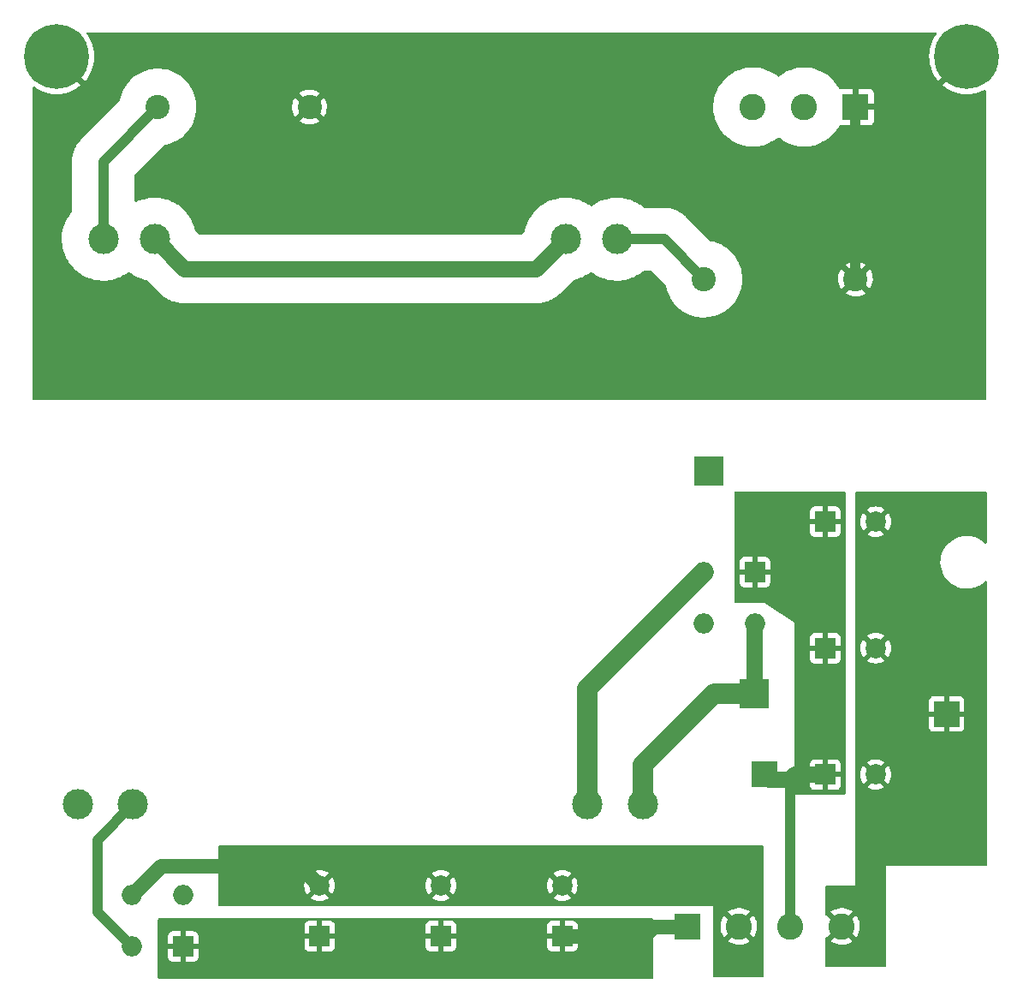
<source format=gbl>
G04 #@! TF.GenerationSoftware,KiCad,Pcbnew,6.0.8+dfsg-1~bpo11+1+rpt1*
G04 #@! TF.CreationDate,2023-02-05T13:30:39+00:00*
G04 #@! TF.ProjectId,MaxDC,4d617844-432e-46b6-9963-61645f706362,0.3*
G04 #@! TF.SameCoordinates,Original*
G04 #@! TF.FileFunction,Copper,L2,Bot*
G04 #@! TF.FilePolarity,Positive*
%FSLAX46Y46*%
G04 Gerber Fmt 4.6, Leading zero omitted, Abs format (unit mm)*
G04 Created by KiCad (PCBNEW 6.0.8+dfsg-1~bpo11+1+rpt1) date 2023-02-05 13:30:39*
%MOMM*%
%LPD*%
G01*
G04 APERTURE LIST*
G04 #@! TA.AperFunction,ComponentPad*
%ADD10R,2.600000X2.600000*%
G04 #@! TD*
G04 #@! TA.AperFunction,ComponentPad*
%ADD11C,2.600000*%
G04 #@! TD*
G04 #@! TA.AperFunction,ComponentPad*
%ADD12R,2.000000X2.000000*%
G04 #@! TD*
G04 #@! TA.AperFunction,ComponentPad*
%ADD13O,2.000000X2.000000*%
G04 #@! TD*
G04 #@! TA.AperFunction,ComponentPad*
%ADD14R,2.500000X2.500000*%
G04 #@! TD*
G04 #@! TA.AperFunction,ComponentPad*
%ADD15C,2.000000*%
G04 #@! TD*
G04 #@! TA.AperFunction,ComponentPad*
%ADD16C,2.400000*%
G04 #@! TD*
G04 #@! TA.AperFunction,ComponentPad*
%ADD17C,3.000000*%
G04 #@! TD*
G04 #@! TA.AperFunction,ComponentPad*
%ADD18C,6.400000*%
G04 #@! TD*
G04 #@! TA.AperFunction,ComponentPad*
%ADD19R,3.000000X3.000000*%
G04 #@! TD*
G04 #@! TA.AperFunction,ViaPad*
%ADD20C,0.800000*%
G04 #@! TD*
G04 #@! TA.AperFunction,Conductor*
%ADD21C,1.400000*%
G04 #@! TD*
G04 #@! TA.AperFunction,Conductor*
%ADD22C,1.600000*%
G04 #@! TD*
G04 #@! TA.AperFunction,Conductor*
%ADD23C,2.000000*%
G04 #@! TD*
G04 #@! TA.AperFunction,Conductor*
%ADD24C,1.000000*%
G04 #@! TD*
G04 APERTURE END LIST*
D10*
X184000000Y-60000000D03*
D11*
X178920000Y-60000000D03*
X173840000Y-60000000D03*
D12*
X174045000Y-105975000D03*
D13*
X168965000Y-105975000D03*
X168965000Y-111055000D03*
X174045000Y-111055000D03*
D14*
X175000000Y-126000000D03*
D12*
X117500000Y-143000000D03*
D13*
X117500000Y-137920000D03*
X112420000Y-137920000D03*
X112420000Y-143000000D03*
D12*
X155000000Y-141967677D03*
D15*
X155000000Y-136967677D03*
D16*
X184000000Y-77000000D03*
X169000000Y-77000000D03*
D12*
X181000000Y-126000000D03*
D15*
X186000000Y-126000000D03*
D12*
X181000000Y-113500000D03*
D15*
X186000000Y-113500000D03*
D17*
X109600000Y-73060000D03*
X114680000Y-73060000D03*
X155320000Y-73060000D03*
X160400000Y-73060000D03*
X162940000Y-128940000D03*
X157460000Y-128940000D03*
X112540000Y-128940000D03*
X107060000Y-128940000D03*
D14*
X193000000Y-120000000D03*
D18*
X105000000Y-55000000D03*
D19*
X174000000Y-118000000D03*
D10*
X167380000Y-141000000D03*
D11*
X172460000Y-141000000D03*
X177540000Y-141000000D03*
X182620000Y-141000000D03*
D16*
X115000000Y-60000000D03*
X130000000Y-60000000D03*
D19*
X169500000Y-96000000D03*
D12*
X131000000Y-141967677D03*
D15*
X131000000Y-136967677D03*
D18*
X195000000Y-55000000D03*
D12*
X143000000Y-141967677D03*
D15*
X143000000Y-136967677D03*
D12*
X181000000Y-101000000D03*
D15*
X186000000Y-101000000D03*
D20*
X162500000Y-137200000D03*
D21*
X112420000Y-137920000D02*
X115340000Y-135000000D01*
X115340000Y-135000000D02*
X129032323Y-135000000D01*
X129032323Y-135000000D02*
X131000000Y-136967677D01*
X167380000Y-141000000D02*
X164000000Y-141000000D01*
X164000000Y-141000000D02*
X163032323Y-141967677D01*
X163032323Y-141967677D02*
X155000000Y-141967677D01*
D22*
X174000000Y-118000000D02*
X174000000Y-111100000D01*
D23*
X162940000Y-128940000D02*
X162940000Y-125060000D01*
X170000000Y-118000000D02*
X174000000Y-118000000D01*
X162940000Y-125060000D02*
X170000000Y-118000000D01*
D22*
X174000000Y-111100000D02*
X174045000Y-111055000D01*
D23*
X157460000Y-128940000D02*
X157460000Y-117480000D01*
X157460000Y-117480000D02*
X168965000Y-105975000D01*
D24*
X109600000Y-73060000D02*
X109600000Y-65400000D01*
X109600000Y-65400000D02*
X115000000Y-60000000D01*
X184000000Y-77000000D02*
X184000000Y-60000000D01*
D22*
X114680000Y-73060000D02*
X117620000Y-76000000D01*
X152380000Y-76000000D02*
X155320000Y-73060000D01*
X117620000Y-76000000D02*
X152380000Y-76000000D01*
X177540000Y-126460000D02*
X178000000Y-126000000D01*
D24*
X177540000Y-141000000D02*
X177540000Y-126460000D01*
D22*
X178000000Y-126000000D02*
X181000000Y-126000000D01*
X175460000Y-126460000D02*
X175000000Y-126000000D01*
X177540000Y-126460000D02*
X175460000Y-126460000D01*
D24*
X109000000Y-132480000D02*
X109000000Y-139580000D01*
X109000000Y-139580000D02*
X112420000Y-143000000D01*
X112540000Y-128940000D02*
X109000000Y-132480000D01*
X165060000Y-73060000D02*
X169000000Y-77000000D01*
X160400000Y-73060000D02*
X165060000Y-73060000D01*
G04 #@! TA.AperFunction,Conductor*
G36*
X191975729Y-52620502D02*
G01*
X192022222Y-52674158D01*
X192032326Y-52744432D01*
X192005529Y-52805794D01*
X191998126Y-52814937D01*
X191994246Y-52820276D01*
X191786169Y-53140687D01*
X191782872Y-53146397D01*
X191609422Y-53486811D01*
X191606740Y-53492836D01*
X191469829Y-53849502D01*
X191467788Y-53855784D01*
X191368906Y-54224816D01*
X191367535Y-54231266D01*
X191307766Y-54608629D01*
X191307080Y-54615167D01*
X191287084Y-54996699D01*
X191287084Y-55003301D01*
X191307080Y-55384833D01*
X191307766Y-55391371D01*
X191367535Y-55768734D01*
X191368906Y-55775184D01*
X191467788Y-56144216D01*
X191469829Y-56150498D01*
X191606740Y-56507164D01*
X191609422Y-56513189D01*
X191782872Y-56853603D01*
X191786169Y-56859313D01*
X191994251Y-57179732D01*
X191998123Y-57185062D01*
X192162369Y-57387889D01*
X192174624Y-57396355D01*
X192185715Y-57390021D01*
X194910905Y-54664831D01*
X194973217Y-54630805D01*
X195044032Y-54635870D01*
X195089095Y-54664831D01*
X195335169Y-54910905D01*
X195369195Y-54973217D01*
X195364130Y-55044032D01*
X195335169Y-55089095D01*
X192610845Y-57813419D01*
X192603705Y-57826495D01*
X192611163Y-57836863D01*
X192814943Y-58001880D01*
X192820265Y-58005747D01*
X193140685Y-58213830D01*
X193146394Y-58217127D01*
X193486811Y-58390578D01*
X193492836Y-58393260D01*
X193849502Y-58530171D01*
X193855784Y-58532212D01*
X194224816Y-58631094D01*
X194231266Y-58632465D01*
X194608629Y-58692234D01*
X194615167Y-58692920D01*
X194996699Y-58712916D01*
X195003301Y-58712916D01*
X195384833Y-58692920D01*
X195391371Y-58692234D01*
X195768734Y-58632465D01*
X195775184Y-58631094D01*
X196144216Y-58532212D01*
X196150498Y-58530171D01*
X196507164Y-58393260D01*
X196513189Y-58390578D01*
X196716297Y-58287089D01*
X196786074Y-58273985D01*
X196851858Y-58300685D01*
X196892765Y-58358713D01*
X196899500Y-58399356D01*
X196899500Y-88874000D01*
X196879498Y-88942121D01*
X196825842Y-88988614D01*
X196773500Y-89000000D01*
X102726500Y-89000000D01*
X102658379Y-88979998D01*
X102611886Y-88926342D01*
X102600500Y-88874000D01*
X102600500Y-73002679D01*
X105494955Y-73002679D01*
X105508953Y-73403535D01*
X105509359Y-73406579D01*
X105509360Y-73406589D01*
X105533076Y-73584327D01*
X105562001Y-73801111D01*
X105653593Y-74191614D01*
X105782854Y-74571315D01*
X105948550Y-74936590D01*
X106149100Y-75283953D01*
X106150883Y-75286444D01*
X106150884Y-75286445D01*
X106319629Y-75522145D01*
X106382590Y-75610088D01*
X106646790Y-75911882D01*
X106939179Y-76186454D01*
X107256967Y-76431183D01*
X107259570Y-76432810D01*
X107259575Y-76432813D01*
X107304767Y-76461052D01*
X107597119Y-76643734D01*
X107956389Y-76822077D01*
X108331348Y-76964510D01*
X108718416Y-77069674D01*
X108721459Y-77070189D01*
X108721465Y-77070190D01*
X108911463Y-77102325D01*
X109113899Y-77136565D01*
X109116970Y-77136780D01*
X109116972Y-77136780D01*
X109510957Y-77164331D01*
X109510964Y-77164331D01*
X109514022Y-77164545D01*
X109773619Y-77157293D01*
X109911892Y-77153431D01*
X109911895Y-77153431D01*
X109914966Y-77153345D01*
X109918019Y-77152959D01*
X109918023Y-77152959D01*
X110108540Y-77128891D01*
X110312903Y-77103074D01*
X110315907Y-77102392D01*
X110315910Y-77102391D01*
X110701040Y-77014892D01*
X110701046Y-77014890D01*
X110704036Y-77014211D01*
X110717957Y-77009580D01*
X111081706Y-76888577D01*
X111081712Y-76888575D01*
X111084630Y-76887604D01*
X111229347Y-76823172D01*
X111448253Y-76725709D01*
X111448259Y-76725706D01*
X111451053Y-76724462D01*
X111453722Y-76722946D01*
X111797134Y-76527861D01*
X111797142Y-76527856D01*
X111799807Y-76526342D01*
X111831782Y-76503786D01*
X112068743Y-76336629D01*
X112135937Y-76313706D01*
X112204857Y-76330751D01*
X112218252Y-76339760D01*
X112336967Y-76431183D01*
X112339570Y-76432810D01*
X112339575Y-76432813D01*
X112384767Y-76461052D01*
X112677119Y-76643734D01*
X113036389Y-76822077D01*
X113411348Y-76964510D01*
X113548219Y-77001697D01*
X113795445Y-77068867D01*
X113795449Y-77068868D01*
X113798416Y-77069674D01*
X113801444Y-77070186D01*
X113801448Y-77070187D01*
X113830174Y-77075045D01*
X113857732Y-77079706D01*
X113925814Y-77114847D01*
X115178225Y-78367258D01*
X115180829Y-78369940D01*
X115271505Y-78466163D01*
X115274095Y-78468375D01*
X115274096Y-78468376D01*
X115378775Y-78557780D01*
X115381084Y-78559801D01*
X115486105Y-78654031D01*
X115488861Y-78656011D01*
X115488868Y-78656017D01*
X115515632Y-78675248D01*
X115523936Y-78681760D01*
X115551585Y-78705374D01*
X115558918Y-78710376D01*
X115668115Y-78784867D01*
X115670635Y-78786632D01*
X115782444Y-78866974D01*
X115782457Y-78866982D01*
X115785219Y-78868967D01*
X115788181Y-78870643D01*
X115788186Y-78870646D01*
X115816873Y-78886876D01*
X115825816Y-78892442D01*
X115855862Y-78912938D01*
X115870347Y-78920672D01*
X115980299Y-78979381D01*
X115982996Y-78980864D01*
X116102834Y-79048665D01*
X116102840Y-79048668D01*
X116105797Y-79050341D01*
X116108919Y-79051685D01*
X116108930Y-79051691D01*
X116139204Y-79064729D01*
X116148711Y-79069304D01*
X116180776Y-79086426D01*
X116183944Y-79087699D01*
X116183960Y-79087707D01*
X116311678Y-79139049D01*
X116314521Y-79140232D01*
X116440965Y-79194688D01*
X116440972Y-79194690D01*
X116444089Y-79196033D01*
X116447340Y-79197033D01*
X116447345Y-79197035D01*
X116478849Y-79206727D01*
X116488798Y-79210250D01*
X116519363Y-79222537D01*
X116519371Y-79222540D01*
X116522526Y-79223808D01*
X116525800Y-79224728D01*
X116525805Y-79224730D01*
X116658321Y-79261978D01*
X116661275Y-79262847D01*
X116796137Y-79304336D01*
X116799480Y-79304980D01*
X116799481Y-79304980D01*
X116831838Y-79311211D01*
X116842108Y-79313639D01*
X116873837Y-79322558D01*
X116873844Y-79322560D01*
X116877115Y-79323479D01*
X116880472Y-79324041D01*
X116880473Y-79324041D01*
X117016266Y-79346765D01*
X117019296Y-79347310D01*
X117154472Y-79373341D01*
X117154474Y-79373341D01*
X117157822Y-79373986D01*
X117194058Y-79376965D01*
X117204520Y-79378268D01*
X117222647Y-79381301D01*
X117237027Y-79383708D01*
X117237032Y-79383709D01*
X117240393Y-79384271D01*
X117243794Y-79384467D01*
X117243802Y-79384468D01*
X117381257Y-79392393D01*
X117384326Y-79392608D01*
X117524913Y-79404166D01*
X117528319Y-79404077D01*
X117528325Y-79404077D01*
X117663266Y-79400543D01*
X117666564Y-79400500D01*
X152327320Y-79400500D01*
X152331058Y-79400555D01*
X152463204Y-79404477D01*
X152466582Y-79404211D01*
X152466589Y-79404211D01*
X152603847Y-79393409D01*
X152606918Y-79393205D01*
X152684612Y-79388997D01*
X152747791Y-79385575D01*
X152755754Y-79384271D01*
X152783669Y-79379700D01*
X152794145Y-79378432D01*
X152804763Y-79377596D01*
X152830398Y-79375579D01*
X152920122Y-79358625D01*
X152969009Y-79349388D01*
X152972041Y-79348853D01*
X153107912Y-79326604D01*
X153107921Y-79326602D01*
X153111280Y-79326052D01*
X153146333Y-79316331D01*
X153156598Y-79313943D01*
X153165774Y-79312209D01*
X153192324Y-79307192D01*
X153195576Y-79306204D01*
X153195588Y-79306201D01*
X153327331Y-79266174D01*
X153330184Y-79265344D01*
X153466214Y-79227620D01*
X153469387Y-79226357D01*
X153469391Y-79226356D01*
X153500004Y-79214174D01*
X153509962Y-79210687D01*
X153517884Y-79208280D01*
X153544748Y-79200118D01*
X153674527Y-79144762D01*
X153677304Y-79143617D01*
X153808442Y-79091431D01*
X153840581Y-79074414D01*
X153850103Y-79069872D01*
X153883545Y-79055608D01*
X154006601Y-78986553D01*
X154009286Y-78985089D01*
X154133959Y-78919078D01*
X154164077Y-78898686D01*
X154173031Y-78893157D01*
X154204756Y-78875354D01*
X154207517Y-78873385D01*
X154207529Y-78873377D01*
X154319649Y-78793403D01*
X154322176Y-78791647D01*
X154436134Y-78714491D01*
X154436138Y-78714488D01*
X154438959Y-78712578D01*
X154441551Y-78710380D01*
X154441556Y-78710376D01*
X154466689Y-78689061D01*
X154475017Y-78682578D01*
X154501844Y-78663443D01*
X154501848Y-78663440D01*
X154504618Y-78661464D01*
X154609991Y-78567579D01*
X154612237Y-78565627D01*
X154719872Y-78474346D01*
X154815165Y-78373928D01*
X154817466Y-78371567D01*
X156075840Y-77113193D01*
X156137020Y-77079419D01*
X156421040Y-77014892D01*
X156421046Y-77014890D01*
X156424036Y-77014211D01*
X156437957Y-77009580D01*
X156801706Y-76888577D01*
X156801712Y-76888575D01*
X156804630Y-76887604D01*
X156949347Y-76823172D01*
X157168253Y-76725709D01*
X157168259Y-76725706D01*
X157171053Y-76724462D01*
X157173722Y-76722946D01*
X157517134Y-76527861D01*
X157517142Y-76527856D01*
X157519807Y-76526342D01*
X157551782Y-76503786D01*
X157788743Y-76336629D01*
X157855937Y-76313706D01*
X157924857Y-76330751D01*
X157938252Y-76339760D01*
X158056967Y-76431183D01*
X158059570Y-76432810D01*
X158059575Y-76432813D01*
X158104767Y-76461052D01*
X158397119Y-76643734D01*
X158756389Y-76822077D01*
X159131348Y-76964510D01*
X159518416Y-77069674D01*
X159521459Y-77070189D01*
X159521465Y-77070190D01*
X159711463Y-77102325D01*
X159913899Y-77136565D01*
X159916970Y-77136780D01*
X159916972Y-77136780D01*
X160310957Y-77164331D01*
X160310964Y-77164331D01*
X160314022Y-77164545D01*
X160573619Y-77157293D01*
X160711892Y-77153431D01*
X160711895Y-77153431D01*
X160714966Y-77153345D01*
X160718019Y-77152959D01*
X160718023Y-77152959D01*
X160908540Y-77128891D01*
X161112903Y-77103074D01*
X161115907Y-77102392D01*
X161115910Y-77102391D01*
X161501040Y-77014892D01*
X161501046Y-77014890D01*
X161504036Y-77014211D01*
X161517957Y-77009580D01*
X161881706Y-76888577D01*
X161881712Y-76888575D01*
X161884630Y-76887604D01*
X162029347Y-76823172D01*
X162248253Y-76725709D01*
X162248259Y-76725706D01*
X162251053Y-76724462D01*
X162253722Y-76722946D01*
X162597134Y-76527861D01*
X162597142Y-76527856D01*
X162599807Y-76526342D01*
X162927564Y-76295135D01*
X162943001Y-76281810D01*
X163048068Y-76191119D01*
X163112705Y-76161749D01*
X163130399Y-76160500D01*
X163723541Y-76160500D01*
X163791662Y-76180502D01*
X163812636Y-76197405D01*
X165223145Y-77607914D01*
X165257171Y-77670226D01*
X165258666Y-77678385D01*
X165269692Y-77752162D01*
X165270478Y-77755244D01*
X165270478Y-77755246D01*
X165325650Y-77971693D01*
X165364799Y-78125283D01*
X165497126Y-78486882D01*
X165665317Y-78833258D01*
X165719305Y-78920672D01*
X165857337Y-79144165D01*
X165867650Y-79160864D01*
X165869591Y-79163394D01*
X165869592Y-79163395D01*
X166051572Y-79400555D01*
X166102054Y-79466345D01*
X166366129Y-79746575D01*
X166368534Y-79748659D01*
X166368540Y-79748664D01*
X166654765Y-79996599D01*
X166657172Y-79998684D01*
X166972201Y-80220090D01*
X167307992Y-80408527D01*
X167310906Y-80409794D01*
X167310910Y-80409796D01*
X167455483Y-80472658D01*
X167661107Y-80562066D01*
X168027931Y-80679134D01*
X168171353Y-80709358D01*
X168401582Y-80757875D01*
X168401592Y-80757877D01*
X168404707Y-80758533D01*
X168407870Y-80758871D01*
X168407876Y-80758872D01*
X168784411Y-80799113D01*
X168784420Y-80799114D01*
X168787578Y-80799451D01*
X168790764Y-80799468D01*
X168790770Y-80799468D01*
X168967250Y-80800392D01*
X169172624Y-80801467D01*
X169317167Y-80787549D01*
X169552737Y-80764866D01*
X169552742Y-80764865D01*
X169555902Y-80764561D01*
X169559022Y-80763938D01*
X169559026Y-80763937D01*
X169930361Y-80689737D01*
X169930360Y-80689737D01*
X169933489Y-80689112D01*
X169936525Y-80688178D01*
X169936533Y-80688176D01*
X170298476Y-80576827D01*
X170298479Y-80576826D01*
X170301518Y-80575891D01*
X170304446Y-80574654D01*
X170304452Y-80574652D01*
X170463869Y-80507312D01*
X170656221Y-80426059D01*
X170659024Y-80424525D01*
X170659029Y-80424522D01*
X170804446Y-80344908D01*
X170993968Y-80241148D01*
X171311298Y-80023053D01*
X171313737Y-80020985D01*
X171313743Y-80020980D01*
X171602525Y-79776076D01*
X171602533Y-79776068D01*
X171604965Y-79774006D01*
X171607173Y-79771711D01*
X171607181Y-79771704D01*
X171869745Y-79498859D01*
X171869747Y-79498856D01*
X171871960Y-79496557D01*
X171953635Y-79392393D01*
X172107576Y-79196064D01*
X172107579Y-79196059D01*
X172109550Y-79193546D01*
X172315303Y-78868077D01*
X172316723Y-78865228D01*
X172316728Y-78865220D01*
X172485692Y-78526330D01*
X172487112Y-78523482D01*
X172533439Y-78400880D01*
X183028919Y-78400880D01*
X183037630Y-78412397D01*
X183088595Y-78449767D01*
X183096498Y-78454704D01*
X183312877Y-78568547D01*
X183321451Y-78572275D01*
X183552282Y-78652885D01*
X183561291Y-78655299D01*
X183801518Y-78700908D01*
X183810775Y-78701962D01*
X184055107Y-78711563D01*
X184064420Y-78711237D01*
X184307478Y-78684618D01*
X184316655Y-78682917D01*
X184553107Y-78620665D01*
X184561926Y-78617628D01*
X184786584Y-78521107D01*
X184794856Y-78516800D01*
X184963337Y-78412541D01*
X184972753Y-78402041D01*
X184968867Y-78393131D01*
X184012812Y-77437076D01*
X183998868Y-77429462D01*
X183997035Y-77429593D01*
X183990420Y-77433844D01*
X183035578Y-78388686D01*
X183028919Y-78400880D01*
X172533439Y-78400880D01*
X172623218Y-78163288D01*
X172632535Y-78128274D01*
X172688974Y-77916160D01*
X172722227Y-77791184D01*
X172727984Y-77755246D01*
X172778946Y-77437076D01*
X172783126Y-77410979D01*
X172805291Y-77026566D01*
X172805384Y-77000000D01*
X172805225Y-76996851D01*
X172803350Y-76959835D01*
X182288022Y-76959835D01*
X182299754Y-77204064D01*
X182300891Y-77213324D01*
X182348593Y-77453143D01*
X182351082Y-77462118D01*
X182433708Y-77692250D01*
X182437505Y-77700778D01*
X182553234Y-77916160D01*
X182558248Y-77924031D01*
X182587361Y-77963018D01*
X182598621Y-77971468D01*
X182611039Y-77964697D01*
X183562924Y-77012812D01*
X183569302Y-77001132D01*
X184429462Y-77001132D01*
X184429593Y-77002965D01*
X184433844Y-77009580D01*
X185389197Y-77964933D01*
X185401577Y-77971693D01*
X185409918Y-77965449D01*
X185502700Y-77821203D01*
X185507146Y-77813014D01*
X185607572Y-77590076D01*
X185610767Y-77581298D01*
X185677135Y-77345973D01*
X185678993Y-77336844D01*
X185710044Y-77092770D01*
X185710525Y-77086483D01*
X185712706Y-77003160D01*
X185712555Y-76996851D01*
X185694321Y-76751486D01*
X185692944Y-76742280D01*
X185638979Y-76503786D01*
X185636255Y-76494875D01*
X185547633Y-76266983D01*
X185543619Y-76258567D01*
X185422284Y-76046276D01*
X185417074Y-76038552D01*
X185414464Y-76035242D01*
X185402540Y-76026772D01*
X185391005Y-76033259D01*
X184437076Y-76987188D01*
X184429462Y-77001132D01*
X183569302Y-77001132D01*
X183570538Y-76998868D01*
X183570407Y-76997035D01*
X183566156Y-76990420D01*
X182609160Y-76033424D01*
X182596780Y-76026664D01*
X182589259Y-76032294D01*
X182476322Y-76218409D01*
X182472084Y-76226726D01*
X182377529Y-76452214D01*
X182374572Y-76461052D01*
X182314384Y-76698042D01*
X182312763Y-76707232D01*
X182288267Y-76950510D01*
X182288022Y-76959835D01*
X172803350Y-76959835D01*
X172786064Y-76618615D01*
X172786063Y-76618610D01*
X172785903Y-76615442D01*
X172743239Y-76336629D01*
X172728144Y-76237981D01*
X172728142Y-76237972D01*
X172727660Y-76234821D01*
X172678899Y-76046276D01*
X172632048Y-75865115D01*
X172632045Y-75865107D01*
X172631251Y-75862035D01*
X172534009Y-75599155D01*
X183028624Y-75599155D01*
X183033199Y-75608935D01*
X183987188Y-76562924D01*
X184001132Y-76570538D01*
X184002965Y-76570407D01*
X184009580Y-76566156D01*
X184964079Y-75611657D01*
X184970463Y-75599967D01*
X184961051Y-75587857D01*
X184873144Y-75526873D01*
X184865116Y-75522145D01*
X184645810Y-75413995D01*
X184637177Y-75410507D01*
X184404288Y-75335958D01*
X184395238Y-75333785D01*
X184153891Y-75294480D01*
X184144602Y-75293668D01*
X183900114Y-75290467D01*
X183890803Y-75291037D01*
X183648522Y-75324010D01*
X183639403Y-75325948D01*
X183404668Y-75394367D01*
X183395915Y-75397639D01*
X183173869Y-75500004D01*
X183165714Y-75504524D01*
X183037760Y-75588415D01*
X183028624Y-75599155D01*
X172534009Y-75599155D01*
X172497663Y-75500900D01*
X172416859Y-75335958D01*
X172329665Y-75157972D01*
X172329662Y-75157966D01*
X172328264Y-75155113D01*
X172192245Y-74936590D01*
X172126475Y-74830925D01*
X172126467Y-74830914D01*
X172124788Y-74828216D01*
X171889319Y-74523554D01*
X171624267Y-74244248D01*
X171332347Y-73993157D01*
X171016546Y-73772851D01*
X170680099Y-73585587D01*
X170677179Y-73584329D01*
X170677174Y-73584327D01*
X170329384Y-73434545D01*
X170329374Y-73434541D01*
X170326450Y-73433282D01*
X169959221Y-73317495D01*
X169760490Y-73276340D01*
X169672051Y-73258025D01*
X169608507Y-73223738D01*
X167288878Y-70904109D01*
X167286198Y-70901347D01*
X167200183Y-70809911D01*
X167197730Y-70807303D01*
X167178136Y-70790715D01*
X167095632Y-70720871D01*
X167093141Y-70718707D01*
X166995924Y-70631937D01*
X166993260Y-70629559D01*
X166990337Y-70627493D01*
X166964506Y-70609237D01*
X166955828Y-70602518D01*
X166928976Y-70579786D01*
X166817720Y-70505447D01*
X166815064Y-70503623D01*
X166705699Y-70426331D01*
X166702564Y-70424611D01*
X166702559Y-70424608D01*
X166674837Y-70409399D01*
X166665441Y-70403698D01*
X166662714Y-70401876D01*
X166636193Y-70384155D01*
X166517219Y-70322879D01*
X166514327Y-70321341D01*
X166400113Y-70258682D01*
X166396980Y-70256963D01*
X166393669Y-70255608D01*
X166393666Y-70255607D01*
X166364415Y-70243640D01*
X166354442Y-70239043D01*
X166323147Y-70222925D01*
X166319806Y-70221659D01*
X166319801Y-70221657D01*
X166197984Y-70175505D01*
X166194915Y-70174296D01*
X166172388Y-70165080D01*
X166071073Y-70123631D01*
X166067628Y-70122660D01*
X166067624Y-70122658D01*
X166037212Y-70114081D01*
X166026772Y-70110639D01*
X165993861Y-70098170D01*
X165990402Y-70097292D01*
X165990394Y-70097289D01*
X165895103Y-70073089D01*
X165864142Y-70065226D01*
X165860978Y-70064378D01*
X165732167Y-70028049D01*
X165697435Y-70022392D01*
X165686674Y-70020154D01*
X165656032Y-70012372D01*
X165656029Y-70012371D01*
X165652570Y-70011493D01*
X165569993Y-70000254D01*
X165519968Y-69993446D01*
X165516707Y-69992959D01*
X165438117Y-69980160D01*
X165384620Y-69971448D01*
X165349474Y-69969760D01*
X165338539Y-69968755D01*
X165303660Y-69964008D01*
X165188919Y-69959500D01*
X165138912Y-69959500D01*
X165132867Y-69959355D01*
X165036466Y-69954724D01*
X165036460Y-69954724D01*
X165032899Y-69954553D01*
X164967800Y-69958820D01*
X164961541Y-69959230D01*
X164953300Y-69959500D01*
X163134557Y-69959500D01*
X163066436Y-69939498D01*
X163049596Y-69926546D01*
X163019186Y-69898778D01*
X163019172Y-69898767D01*
X163016909Y-69896700D01*
X162695736Y-69656432D01*
X162640784Y-69623152D01*
X162355277Y-69450242D01*
X162355268Y-69450237D01*
X162352649Y-69448651D01*
X161990924Y-69275342D01*
X161934461Y-69254791D01*
X161616901Y-69139208D01*
X161616898Y-69139207D01*
X161614013Y-69138157D01*
X161611051Y-69137397D01*
X161611043Y-69137394D01*
X161228483Y-69039170D01*
X161228477Y-69039169D01*
X161225514Y-69038408D01*
X160829136Y-68977045D01*
X160826079Y-68976874D01*
X160826078Y-68976874D01*
X160794418Y-68975104D01*
X160428661Y-68954655D01*
X160425583Y-68954784D01*
X160425579Y-68954784D01*
X160164541Y-68965725D01*
X160027913Y-68971451D01*
X160024869Y-68971879D01*
X160024867Y-68971879D01*
X159810434Y-69002016D01*
X159630716Y-69027274D01*
X159240863Y-69121589D01*
X158862073Y-69253498D01*
X158859275Y-69254791D01*
X158500761Y-69420447D01*
X158500751Y-69420452D01*
X158497964Y-69421740D01*
X158420500Y-69467188D01*
X158154664Y-69623152D01*
X158154659Y-69623155D01*
X158152009Y-69624710D01*
X157933594Y-69783398D01*
X157866728Y-69807255D01*
X157797577Y-69791175D01*
X157784058Y-69782353D01*
X157615736Y-69656432D01*
X157560784Y-69623152D01*
X157275277Y-69450242D01*
X157275268Y-69450237D01*
X157272649Y-69448651D01*
X156910924Y-69275342D01*
X156854461Y-69254791D01*
X156536901Y-69139208D01*
X156536898Y-69139207D01*
X156534013Y-69138157D01*
X156531051Y-69137397D01*
X156531043Y-69137394D01*
X156148483Y-69039170D01*
X156148477Y-69039169D01*
X156145514Y-69038408D01*
X155749136Y-68977045D01*
X155746079Y-68976874D01*
X155746078Y-68976874D01*
X155714418Y-68975104D01*
X155348661Y-68954655D01*
X155345583Y-68954784D01*
X155345579Y-68954784D01*
X155084541Y-68965725D01*
X154947913Y-68971451D01*
X154944869Y-68971879D01*
X154944867Y-68971879D01*
X154730434Y-69002016D01*
X154550716Y-69027274D01*
X154160863Y-69121589D01*
X153782073Y-69253498D01*
X153779275Y-69254791D01*
X153420761Y-69420447D01*
X153420751Y-69420452D01*
X153417964Y-69421740D01*
X153340500Y-69467188D01*
X153074664Y-69623152D01*
X153074659Y-69623155D01*
X153072009Y-69624710D01*
X152908320Y-69743637D01*
X152749994Y-69858668D01*
X152749988Y-69858673D01*
X152747513Y-69860471D01*
X152447571Y-70126772D01*
X152445492Y-70129017D01*
X152445485Y-70129024D01*
X152177133Y-70418818D01*
X152175047Y-70421071D01*
X152110994Y-70505457D01*
X151949129Y-70718707D01*
X151932542Y-70740559D01*
X151722371Y-71082187D01*
X151546540Y-71442693D01*
X151545469Y-71445574D01*
X151545466Y-71445580D01*
X151525809Y-71498436D01*
X151406728Y-71818637D01*
X151304269Y-72206430D01*
X151303778Y-72209463D01*
X151303776Y-72209474D01*
X151299128Y-72238171D01*
X151263844Y-72307122D01*
X151008371Y-72562595D01*
X150946059Y-72596621D01*
X150919276Y-72599500D01*
X119080724Y-72599500D01*
X119012603Y-72579498D01*
X118991629Y-72562595D01*
X118737160Y-72308126D01*
X118703999Y-72249515D01*
X118610223Y-71873396D01*
X118591784Y-71821612D01*
X118476705Y-71498436D01*
X118475673Y-71495537D01*
X118304893Y-71132610D01*
X118303326Y-71129981D01*
X118303321Y-71129972D01*
X118112525Y-70809911D01*
X118099512Y-70788081D01*
X118097698Y-70785621D01*
X118097693Y-70785613D01*
X117982640Y-70629559D01*
X117861492Y-70465238D01*
X117859436Y-70462955D01*
X117859429Y-70462946D01*
X117595173Y-70169460D01*
X117595165Y-70169452D01*
X117593104Y-70167163D01*
X117296909Y-69896700D01*
X116975736Y-69656432D01*
X116920784Y-69623152D01*
X116635277Y-69450242D01*
X116635268Y-69450237D01*
X116632649Y-69448651D01*
X116270924Y-69275342D01*
X116214461Y-69254791D01*
X115896901Y-69139208D01*
X115896898Y-69139207D01*
X115894013Y-69138157D01*
X115891051Y-69137397D01*
X115891043Y-69137394D01*
X115508483Y-69039170D01*
X115508477Y-69039169D01*
X115505514Y-69038408D01*
X115109136Y-68977045D01*
X115106079Y-68976874D01*
X115106078Y-68976874D01*
X115074418Y-68975104D01*
X114708661Y-68954655D01*
X114705583Y-68954784D01*
X114705579Y-68954784D01*
X114444541Y-68965725D01*
X114307913Y-68971451D01*
X114304869Y-68971879D01*
X114304867Y-68971879D01*
X114090434Y-69002016D01*
X113910716Y-69027274D01*
X113520863Y-69121589D01*
X113142073Y-69253498D01*
X112879350Y-69374893D01*
X112809123Y-69385309D01*
X112744412Y-69356103D01*
X112705763Y-69296548D01*
X112700500Y-69260513D01*
X112700500Y-66736459D01*
X112720502Y-66668338D01*
X112737405Y-66647364D01*
X115609282Y-63775487D01*
X115673687Y-63741026D01*
X115933489Y-63689112D01*
X115936525Y-63688178D01*
X115936533Y-63688176D01*
X116298476Y-63576827D01*
X116298479Y-63576826D01*
X116301518Y-63575891D01*
X116304446Y-63574654D01*
X116304452Y-63574652D01*
X116481234Y-63499976D01*
X116656221Y-63426059D01*
X116659024Y-63424525D01*
X116659029Y-63424522D01*
X116881013Y-63302989D01*
X116993968Y-63241148D01*
X117311298Y-63023053D01*
X117313737Y-63020985D01*
X117313743Y-63020980D01*
X117602525Y-62776076D01*
X117602533Y-62776068D01*
X117604965Y-62774006D01*
X117607173Y-62771711D01*
X117607181Y-62771704D01*
X117869745Y-62498859D01*
X117869747Y-62498856D01*
X117871960Y-62496557D01*
X118062330Y-62253768D01*
X118107576Y-62196064D01*
X118107579Y-62196059D01*
X118109550Y-62193546D01*
X118315303Y-61868077D01*
X118316723Y-61865228D01*
X118316728Y-61865220D01*
X118485692Y-61526330D01*
X118487112Y-61523482D01*
X118533439Y-61400880D01*
X129028919Y-61400880D01*
X129037630Y-61412397D01*
X129088595Y-61449767D01*
X129096498Y-61454704D01*
X129312877Y-61568547D01*
X129321451Y-61572275D01*
X129552282Y-61652885D01*
X129561291Y-61655299D01*
X129801518Y-61700908D01*
X129810775Y-61701962D01*
X130055107Y-61711563D01*
X130064420Y-61711237D01*
X130307478Y-61684618D01*
X130316655Y-61682917D01*
X130553107Y-61620665D01*
X130561926Y-61617628D01*
X130786584Y-61521107D01*
X130794856Y-61516800D01*
X130963337Y-61412541D01*
X130972753Y-61402041D01*
X130968867Y-61393131D01*
X130012812Y-60437076D01*
X129998868Y-60429462D01*
X129997035Y-60429593D01*
X129990420Y-60433844D01*
X129035578Y-61388686D01*
X129028919Y-61400880D01*
X118533439Y-61400880D01*
X118623218Y-61163288D01*
X118626274Y-61151805D01*
X118688974Y-60916160D01*
X118722227Y-60791184D01*
X118724814Y-60775037D01*
X118778946Y-60437076D01*
X118783126Y-60410979D01*
X118788481Y-60318115D01*
X118805193Y-60028261D01*
X118805291Y-60026566D01*
X118805384Y-60000000D01*
X118805225Y-59996851D01*
X118803350Y-59959835D01*
X128288022Y-59959835D01*
X128299754Y-60204064D01*
X128300891Y-60213324D01*
X128348593Y-60453143D01*
X128351082Y-60462118D01*
X128433708Y-60692250D01*
X128437505Y-60700778D01*
X128553234Y-60916160D01*
X128558248Y-60924031D01*
X128587361Y-60963018D01*
X128598621Y-60971468D01*
X128611039Y-60964697D01*
X129562924Y-60012812D01*
X129569302Y-60001132D01*
X130429462Y-60001132D01*
X130429593Y-60002965D01*
X130433844Y-60009580D01*
X131389197Y-60964933D01*
X131401577Y-60971693D01*
X131409918Y-60965449D01*
X131502700Y-60821203D01*
X131507146Y-60813014D01*
X131607572Y-60590076D01*
X131610767Y-60581298D01*
X131677135Y-60345973D01*
X131678993Y-60336844D01*
X131710044Y-60092770D01*
X131710525Y-60086483D01*
X131712706Y-60003160D01*
X131712555Y-59996851D01*
X131711776Y-59986367D01*
X169934511Y-59986367D01*
X169934661Y-59989548D01*
X169949578Y-60305865D01*
X169953126Y-60381111D01*
X170011538Y-60771953D01*
X170012324Y-60775035D01*
X170012324Y-60775037D01*
X170060860Y-60965449D01*
X170109148Y-61154892D01*
X170181091Y-61351486D01*
X170242943Y-61520504D01*
X170244956Y-61526006D01*
X170417573Y-61881495D01*
X170537001Y-62074866D01*
X170608629Y-62190841D01*
X170625230Y-62217721D01*
X170865802Y-62531241D01*
X170867984Y-62533557D01*
X170867993Y-62533567D01*
X171092403Y-62771704D01*
X171136826Y-62818844D01*
X171139231Y-62820928D01*
X171139237Y-62820933D01*
X171347401Y-63001250D01*
X171435526Y-63077586D01*
X171758845Y-63304818D01*
X171869401Y-63366859D01*
X172052595Y-63469663D01*
X172103472Y-63498214D01*
X172106387Y-63499481D01*
X172106390Y-63499483D01*
X172185776Y-63534001D01*
X172465878Y-63655793D01*
X172842353Y-63775941D01*
X173052256Y-63820175D01*
X173225924Y-63856773D01*
X173225929Y-63856774D01*
X173229043Y-63857430D01*
X173621988Y-63899423D01*
X173625176Y-63899440D01*
X173625181Y-63899440D01*
X173804213Y-63900378D01*
X174017166Y-63901493D01*
X174165671Y-63887193D01*
X174407364Y-63863921D01*
X174407369Y-63863920D01*
X174410529Y-63863616D01*
X174413648Y-63862993D01*
X174413653Y-63862992D01*
X174756123Y-63794559D01*
X174798051Y-63786181D01*
X175116623Y-63688176D01*
X175172722Y-63670918D01*
X175172725Y-63670917D01*
X175175764Y-63669982D01*
X175178692Y-63668745D01*
X175178698Y-63668743D01*
X175401442Y-63574652D01*
X175539801Y-63516207D01*
X175542604Y-63514673D01*
X175542609Y-63514670D01*
X175707267Y-63424522D01*
X175886434Y-63326431D01*
X176212114Y-63102597D01*
X176214553Y-63100529D01*
X176214559Y-63100524D01*
X176297653Y-63030055D01*
X176362543Y-63001250D01*
X176432706Y-63012100D01*
X176461645Y-63030913D01*
X176515526Y-63077586D01*
X176838845Y-63304818D01*
X176949401Y-63366859D01*
X177132595Y-63469663D01*
X177183472Y-63498214D01*
X177186387Y-63499481D01*
X177186390Y-63499483D01*
X177265776Y-63534001D01*
X177545878Y-63655793D01*
X177922353Y-63775941D01*
X178132256Y-63820175D01*
X178305924Y-63856773D01*
X178305929Y-63856774D01*
X178309043Y-63857430D01*
X178701988Y-63899423D01*
X178705176Y-63899440D01*
X178705181Y-63899440D01*
X178884213Y-63900378D01*
X179097166Y-63901493D01*
X179245671Y-63887193D01*
X179487364Y-63863921D01*
X179487369Y-63863920D01*
X179490529Y-63863616D01*
X179493648Y-63862993D01*
X179493653Y-63862992D01*
X179836123Y-63794559D01*
X179878051Y-63786181D01*
X180196623Y-63688176D01*
X180252722Y-63670918D01*
X180252725Y-63670917D01*
X180255764Y-63669982D01*
X180258692Y-63668745D01*
X180258698Y-63668743D01*
X180481442Y-63574652D01*
X180619801Y-63516207D01*
X180622604Y-63514673D01*
X180622609Y-63514670D01*
X180787267Y-63424522D01*
X180966434Y-63326431D01*
X181292114Y-63102597D01*
X181294542Y-63100538D01*
X181591078Y-62849057D01*
X181591080Y-62849055D01*
X181593508Y-62846996D01*
X181595713Y-62844704D01*
X181595719Y-62844699D01*
X181707472Y-62728570D01*
X181867528Y-62562247D01*
X182111370Y-62251264D01*
X182134297Y-62214998D01*
X182320828Y-61919934D01*
X182322537Y-61917231D01*
X182323957Y-61914382D01*
X182323962Y-61914374D01*
X182362676Y-61836724D01*
X182410972Y-61784686D01*
X182479735Y-61767018D01*
X182519668Y-61774963D01*
X182582394Y-61798478D01*
X182597649Y-61802105D01*
X182648514Y-61807631D01*
X182655328Y-61808000D01*
X183681885Y-61808000D01*
X183697124Y-61803525D01*
X183698329Y-61802135D01*
X183700000Y-61794452D01*
X183700000Y-61789884D01*
X184300000Y-61789884D01*
X184304475Y-61805123D01*
X184305865Y-61806328D01*
X184313548Y-61807999D01*
X185344669Y-61807999D01*
X185351490Y-61807629D01*
X185402352Y-61802105D01*
X185417604Y-61798479D01*
X185538054Y-61753324D01*
X185553649Y-61744786D01*
X185655724Y-61668285D01*
X185668285Y-61655724D01*
X185744786Y-61553649D01*
X185753324Y-61538054D01*
X185798478Y-61417606D01*
X185802105Y-61402351D01*
X185807631Y-61351486D01*
X185808000Y-61344672D01*
X185808000Y-60318115D01*
X185803525Y-60302876D01*
X185802135Y-60301671D01*
X185794452Y-60300000D01*
X184318115Y-60300000D01*
X184302876Y-60304475D01*
X184301671Y-60305865D01*
X184300000Y-60313548D01*
X184300000Y-61789884D01*
X183700000Y-61789884D01*
X183700000Y-59681885D01*
X184300000Y-59681885D01*
X184304475Y-59697124D01*
X184305865Y-59698329D01*
X184313548Y-59700000D01*
X185789884Y-59700000D01*
X185805123Y-59695525D01*
X185806328Y-59694135D01*
X185807999Y-59686452D01*
X185807999Y-58655331D01*
X185807629Y-58648510D01*
X185802105Y-58597648D01*
X185798479Y-58582396D01*
X185753324Y-58461946D01*
X185744786Y-58446351D01*
X185668285Y-58344276D01*
X185655724Y-58331715D01*
X185553649Y-58255214D01*
X185538054Y-58246676D01*
X185417606Y-58201522D01*
X185402351Y-58197895D01*
X185351486Y-58192369D01*
X185344672Y-58192000D01*
X184318115Y-58192000D01*
X184302876Y-58196475D01*
X184301671Y-58197865D01*
X184300000Y-58205548D01*
X184300000Y-59681885D01*
X183700000Y-59681885D01*
X183700000Y-58210116D01*
X183695525Y-58194877D01*
X183694135Y-58193672D01*
X183686452Y-58192001D01*
X182655331Y-58192001D01*
X182648510Y-58192371D01*
X182597648Y-58197895D01*
X182582393Y-58201522D01*
X182520466Y-58224737D01*
X182449659Y-58229920D01*
X182387290Y-58195999D01*
X182363085Y-58162187D01*
X182335839Y-58106570D01*
X182127009Y-57771071D01*
X181935706Y-57523554D01*
X181887296Y-57460918D01*
X181887291Y-57460913D01*
X181885344Y-57458393D01*
X181826415Y-57396295D01*
X181615517Y-57174054D01*
X181615514Y-57174052D01*
X181613318Y-57171737D01*
X181602408Y-57162353D01*
X181316131Y-56916116D01*
X181316128Y-56916114D01*
X181313716Y-56914039D01*
X181311108Y-56912219D01*
X181311102Y-56912215D01*
X180992220Y-56689760D01*
X180989607Y-56687937D01*
X180644307Y-56495746D01*
X180641387Y-56494488D01*
X180641382Y-56494486D01*
X180284287Y-56340696D01*
X180284277Y-56340692D01*
X180281353Y-56339433D01*
X179904460Y-56220599D01*
X179565955Y-56150498D01*
X179520613Y-56141108D01*
X179520610Y-56141108D01*
X179517488Y-56140461D01*
X179215259Y-56109228D01*
X179127555Y-56100165D01*
X179127552Y-56100165D01*
X179124399Y-56099839D01*
X179121233Y-56099833D01*
X179121224Y-56099833D01*
X178926076Y-56099493D01*
X178729217Y-56099150D01*
X178572678Y-56114774D01*
X178339161Y-56138082D01*
X178339155Y-56138083D01*
X178335988Y-56138399D01*
X178276520Y-56150498D01*
X177951863Y-56216550D01*
X177951859Y-56216551D01*
X177948738Y-56217186D01*
X177945696Y-56218133D01*
X177945690Y-56218135D01*
X177760085Y-56275945D01*
X177571433Y-56334703D01*
X177568493Y-56335957D01*
X177210873Y-56488495D01*
X177210869Y-56488497D01*
X177207936Y-56489748D01*
X176861967Y-56680733D01*
X176859346Y-56682548D01*
X176859341Y-56682551D01*
X176604064Y-56859313D01*
X176537070Y-56905702D01*
X176527309Y-56914039D01*
X176462114Y-56969721D01*
X176397324Y-56998752D01*
X176327124Y-56988147D01*
X176298120Y-56969436D01*
X176233716Y-56914039D01*
X176231108Y-56912219D01*
X176231102Y-56912215D01*
X175912220Y-56689760D01*
X175909607Y-56687937D01*
X175564307Y-56495746D01*
X175561387Y-56494488D01*
X175561382Y-56494486D01*
X175204287Y-56340696D01*
X175204277Y-56340692D01*
X175201353Y-56339433D01*
X174824460Y-56220599D01*
X174485955Y-56150498D01*
X174440613Y-56141108D01*
X174440610Y-56141108D01*
X174437488Y-56140461D01*
X174135259Y-56109228D01*
X174047555Y-56100165D01*
X174047552Y-56100165D01*
X174044399Y-56099839D01*
X174041233Y-56099833D01*
X174041224Y-56099833D01*
X173846076Y-56099493D01*
X173649217Y-56099150D01*
X173492678Y-56114774D01*
X173259161Y-56138082D01*
X173259155Y-56138083D01*
X173255988Y-56138399D01*
X173196520Y-56150498D01*
X172871863Y-56216550D01*
X172871859Y-56216551D01*
X172868738Y-56217186D01*
X172865696Y-56218133D01*
X172865690Y-56218135D01*
X172680085Y-56275945D01*
X172491433Y-56334703D01*
X172488493Y-56335957D01*
X172130873Y-56488495D01*
X172130869Y-56488497D01*
X172127936Y-56489748D01*
X171781967Y-56680733D01*
X171779346Y-56682548D01*
X171779341Y-56682551D01*
X171524064Y-56859313D01*
X171457070Y-56905702D01*
X171156571Y-57162353D01*
X170883546Y-57448057D01*
X170881589Y-57450570D01*
X170881588Y-57450572D01*
X170822808Y-57526079D01*
X170640791Y-57759890D01*
X170639095Y-57762594D01*
X170639092Y-57762598D01*
X170597930Y-57828216D01*
X170430791Y-58094658D01*
X170255697Y-58448934D01*
X170117301Y-58819090D01*
X170017021Y-59201338D01*
X170011778Y-59234821D01*
X169959206Y-59570538D01*
X169955882Y-59591763D01*
X169955711Y-59594925D01*
X169955710Y-59594932D01*
X169950020Y-59700000D01*
X169934511Y-59986367D01*
X131711776Y-59986367D01*
X131694321Y-59751486D01*
X131692944Y-59742280D01*
X131638979Y-59503786D01*
X131636255Y-59494875D01*
X131547633Y-59266983D01*
X131543619Y-59258567D01*
X131422284Y-59046276D01*
X131417074Y-59038552D01*
X131414464Y-59035242D01*
X131402540Y-59026772D01*
X131391005Y-59033259D01*
X130437076Y-59987188D01*
X130429462Y-60001132D01*
X129569302Y-60001132D01*
X129570538Y-59998868D01*
X129570407Y-59997035D01*
X129566156Y-59990420D01*
X128609160Y-59033424D01*
X128596780Y-59026664D01*
X128589259Y-59032294D01*
X128476322Y-59218409D01*
X128472084Y-59226726D01*
X128377529Y-59452214D01*
X128374572Y-59461052D01*
X128314384Y-59698042D01*
X128312763Y-59707232D01*
X128288267Y-59950510D01*
X128288022Y-59959835D01*
X118803350Y-59959835D01*
X118786064Y-59618615D01*
X118786063Y-59618610D01*
X118785903Y-59615442D01*
X118740941Y-59321612D01*
X118728144Y-59237981D01*
X118728142Y-59237972D01*
X118727660Y-59234821D01*
X118678899Y-59046276D01*
X118632048Y-58865115D01*
X118632045Y-58865107D01*
X118631251Y-58862035D01*
X118627702Y-58852439D01*
X118554789Y-58655331D01*
X118534009Y-58599155D01*
X129028624Y-58599155D01*
X129033199Y-58608935D01*
X129987188Y-59562924D01*
X130001132Y-59570538D01*
X130002965Y-59570407D01*
X130009580Y-59566156D01*
X130964079Y-58611657D01*
X130970463Y-58599967D01*
X130961051Y-58587857D01*
X130873144Y-58526873D01*
X130865116Y-58522145D01*
X130645810Y-58413995D01*
X130637177Y-58410507D01*
X130404288Y-58335958D01*
X130395238Y-58333785D01*
X130153891Y-58294480D01*
X130144602Y-58293668D01*
X129900114Y-58290467D01*
X129890803Y-58291037D01*
X129648522Y-58324010D01*
X129639403Y-58325948D01*
X129404668Y-58394367D01*
X129395915Y-58397639D01*
X129173869Y-58500004D01*
X129165714Y-58504524D01*
X129037760Y-58588415D01*
X129028624Y-58599155D01*
X118534009Y-58599155D01*
X118497663Y-58500900D01*
X118443617Y-58390578D01*
X118329665Y-58157972D01*
X118329662Y-58157966D01*
X118328264Y-58155113D01*
X118211593Y-57967674D01*
X118126475Y-57830925D01*
X118126467Y-57830914D01*
X118124788Y-57828216D01*
X117889319Y-57523554D01*
X117815486Y-57445750D01*
X117626466Y-57246565D01*
X117626463Y-57246563D01*
X117624267Y-57244248D01*
X117332347Y-56993157D01*
X117016546Y-56772851D01*
X116680099Y-56585587D01*
X116677179Y-56584329D01*
X116677174Y-56584327D01*
X116329384Y-56434545D01*
X116329374Y-56434541D01*
X116326450Y-56433282D01*
X115959221Y-56317495D01*
X115688472Y-56261426D01*
X115585295Y-56240059D01*
X115585292Y-56240059D01*
X115582170Y-56239412D01*
X115288699Y-56209084D01*
X115202314Y-56200157D01*
X115202311Y-56200157D01*
X115199158Y-56199831D01*
X115195992Y-56199825D01*
X115195983Y-56199825D01*
X115005911Y-56199494D01*
X114814108Y-56199159D01*
X114661969Y-56214344D01*
X114434134Y-56237085D01*
X114434128Y-56237086D01*
X114430961Y-56237402D01*
X114235038Y-56277263D01*
X114056764Y-56313533D01*
X114056760Y-56313534D01*
X114053639Y-56314169D01*
X114050597Y-56315116D01*
X114050591Y-56315118D01*
X113972526Y-56339433D01*
X113686008Y-56428674D01*
X113683080Y-56429923D01*
X113334759Y-56578494D01*
X113334755Y-56578496D01*
X113331829Y-56579744D01*
X113329050Y-56581278D01*
X113329044Y-56581281D01*
X113132535Y-56689760D01*
X112994731Y-56765832D01*
X112992110Y-56767647D01*
X112992105Y-56767650D01*
X112783327Y-56912215D01*
X112678163Y-56985034D01*
X112385368Y-57235104D01*
X112383168Y-57237406D01*
X112383165Y-57237409D01*
X112269214Y-57356652D01*
X112119343Y-57513484D01*
X112117386Y-57515998D01*
X112117385Y-57515999D01*
X111885850Y-57813419D01*
X111882812Y-57817321D01*
X111881116Y-57820025D01*
X111881113Y-57820029D01*
X111753063Y-58024159D01*
X111678196Y-58143507D01*
X111507591Y-58488700D01*
X111372743Y-58849366D01*
X111275034Y-59221814D01*
X111269279Y-59258567D01*
X111259406Y-59321612D01*
X111229106Y-59385818D01*
X111224018Y-59391213D01*
X107444109Y-63171122D01*
X107441347Y-63173802D01*
X107347303Y-63262270D01*
X107344986Y-63265007D01*
X107344985Y-63265008D01*
X107260871Y-63364368D01*
X107258707Y-63366859D01*
X107169559Y-63466740D01*
X107167495Y-63469661D01*
X107167493Y-63469663D01*
X107149237Y-63495494D01*
X107142518Y-63504172D01*
X107119786Y-63531024D01*
X107117797Y-63534001D01*
X107045457Y-63642266D01*
X107043623Y-63644936D01*
X106966331Y-63754301D01*
X106964611Y-63757436D01*
X106964608Y-63757441D01*
X106949399Y-63785163D01*
X106943698Y-63794559D01*
X106924155Y-63823807D01*
X106903974Y-63862992D01*
X106862889Y-63942762D01*
X106861341Y-63945673D01*
X106796963Y-64063020D01*
X106795608Y-64066331D01*
X106795607Y-64066334D01*
X106783640Y-64095585D01*
X106779043Y-64105558D01*
X106762925Y-64136853D01*
X106761659Y-64140194D01*
X106761657Y-64140199D01*
X106715505Y-64262016D01*
X106714296Y-64265085D01*
X106663631Y-64388927D01*
X106662660Y-64392372D01*
X106662658Y-64392376D01*
X106654081Y-64422788D01*
X106650640Y-64433225D01*
X106638170Y-64466139D01*
X106637292Y-64469598D01*
X106637289Y-64469606D01*
X106605229Y-64595846D01*
X106604378Y-64599022D01*
X106568049Y-64727833D01*
X106567474Y-64731365D01*
X106562392Y-64762566D01*
X106560154Y-64773324D01*
X106551493Y-64807430D01*
X106551012Y-64810966D01*
X106533446Y-64940032D01*
X106532959Y-64943293D01*
X106511448Y-65075380D01*
X106511277Y-65078948D01*
X106509760Y-65110522D01*
X106508755Y-65121461D01*
X106504008Y-65156340D01*
X106499500Y-65271081D01*
X106499500Y-65321088D01*
X106499355Y-65327132D01*
X106494553Y-65427101D01*
X106494787Y-65430667D01*
X106499230Y-65498459D01*
X106499500Y-65506700D01*
X106499500Y-70323688D01*
X106479498Y-70391809D01*
X106465949Y-70409298D01*
X106457142Y-70418808D01*
X106457137Y-70418814D01*
X106455047Y-70421071D01*
X106453192Y-70423515D01*
X106453188Y-70423520D01*
X106229129Y-70718707D01*
X106212542Y-70740559D01*
X106002371Y-71082187D01*
X105826540Y-71442693D01*
X105825469Y-71445574D01*
X105825466Y-71445580D01*
X105805809Y-71498436D01*
X105686728Y-71818637D01*
X105584269Y-72206430D01*
X105520140Y-72602370D01*
X105494955Y-73002679D01*
X102600500Y-73002679D01*
X102600500Y-58092392D01*
X102620502Y-58024271D01*
X102674158Y-57977778D01*
X102744432Y-57967674D01*
X102805794Y-57994471D01*
X102814941Y-58001878D01*
X102820273Y-58005752D01*
X103140685Y-58213830D01*
X103146394Y-58217127D01*
X103486811Y-58390578D01*
X103492836Y-58393260D01*
X103849502Y-58530171D01*
X103855784Y-58532212D01*
X104224816Y-58631094D01*
X104231266Y-58632465D01*
X104608629Y-58692234D01*
X104615167Y-58692920D01*
X104996699Y-58712916D01*
X105003301Y-58712916D01*
X105384833Y-58692920D01*
X105391371Y-58692234D01*
X105768734Y-58632465D01*
X105775184Y-58631094D01*
X106144216Y-58532212D01*
X106150498Y-58530171D01*
X106507164Y-58393260D01*
X106513189Y-58390578D01*
X106853606Y-58217127D01*
X106859315Y-58213830D01*
X107179735Y-58005747D01*
X107185057Y-58001880D01*
X107387889Y-57837631D01*
X107396355Y-57825376D01*
X107390021Y-57814285D01*
X104664831Y-55089095D01*
X104630805Y-55026783D01*
X104635870Y-54955968D01*
X104664831Y-54910905D01*
X104910905Y-54664831D01*
X104973217Y-54630805D01*
X105044032Y-54635870D01*
X105089095Y-54664831D01*
X107813419Y-57389155D01*
X107826495Y-57396295D01*
X107836863Y-57388837D01*
X108001877Y-57185062D01*
X108005749Y-57179732D01*
X108213831Y-56859313D01*
X108217128Y-56853603D01*
X108390578Y-56513189D01*
X108393260Y-56507164D01*
X108530171Y-56150498D01*
X108532212Y-56144216D01*
X108631094Y-55775184D01*
X108632465Y-55768734D01*
X108692234Y-55391371D01*
X108692920Y-55384833D01*
X108712916Y-55003301D01*
X108712916Y-54996699D01*
X108692920Y-54615167D01*
X108692234Y-54608629D01*
X108632465Y-54231266D01*
X108631094Y-54224816D01*
X108532212Y-53855784D01*
X108530171Y-53849502D01*
X108393260Y-53492836D01*
X108390578Y-53486811D01*
X108217128Y-53146397D01*
X108213831Y-53140687D01*
X108005754Y-52820276D01*
X108001874Y-52814937D01*
X107994471Y-52805794D01*
X107967146Y-52740266D01*
X107979586Y-52670368D01*
X108027841Y-52618291D01*
X108092392Y-52600500D01*
X191907608Y-52600500D01*
X191975729Y-52620502D01*
G37*
G04 #@! TD.AperFunction*
G04 #@! TA.AperFunction,Conductor*
G36*
X174000000Y-139000000D02*
G01*
X121126000Y-139000000D01*
X121057879Y-138979998D01*
X121011386Y-138926342D01*
X121000000Y-138874000D01*
X121000000Y-138200347D01*
X130132160Y-138200347D01*
X130137887Y-138207997D01*
X130309042Y-138312882D01*
X130317837Y-138317364D01*
X130527988Y-138404411D01*
X130537373Y-138407460D01*
X130758554Y-138460562D01*
X130768301Y-138462105D01*
X130995070Y-138479952D01*
X131004930Y-138479952D01*
X131231699Y-138462105D01*
X131241446Y-138460562D01*
X131462627Y-138407460D01*
X131472012Y-138404411D01*
X131682163Y-138317364D01*
X131690958Y-138312882D01*
X131858445Y-138210245D01*
X131867400Y-138200347D01*
X142132160Y-138200347D01*
X142137887Y-138207997D01*
X142309042Y-138312882D01*
X142317837Y-138317364D01*
X142527988Y-138404411D01*
X142537373Y-138407460D01*
X142758554Y-138460562D01*
X142768301Y-138462105D01*
X142995070Y-138479952D01*
X143004930Y-138479952D01*
X143231699Y-138462105D01*
X143241446Y-138460562D01*
X143462627Y-138407460D01*
X143472012Y-138404411D01*
X143682163Y-138317364D01*
X143690958Y-138312882D01*
X143858445Y-138210245D01*
X143867400Y-138200347D01*
X154132160Y-138200347D01*
X154137887Y-138207997D01*
X154309042Y-138312882D01*
X154317837Y-138317364D01*
X154527988Y-138404411D01*
X154537373Y-138407460D01*
X154758554Y-138460562D01*
X154768301Y-138462105D01*
X154995070Y-138479952D01*
X155004930Y-138479952D01*
X155231699Y-138462105D01*
X155241446Y-138460562D01*
X155462627Y-138407460D01*
X155472012Y-138404411D01*
X155682163Y-138317364D01*
X155690958Y-138312882D01*
X155858445Y-138210245D01*
X155867907Y-138199787D01*
X155864124Y-138191011D01*
X155012812Y-137339699D01*
X154998868Y-137332085D01*
X154997035Y-137332216D01*
X154990420Y-137336467D01*
X154138920Y-138187967D01*
X154132160Y-138200347D01*
X143867400Y-138200347D01*
X143867907Y-138199787D01*
X143864124Y-138191011D01*
X143012812Y-137339699D01*
X142998868Y-137332085D01*
X142997035Y-137332216D01*
X142990420Y-137336467D01*
X142138920Y-138187967D01*
X142132160Y-138200347D01*
X131867400Y-138200347D01*
X131867907Y-138199787D01*
X131864124Y-138191011D01*
X131012812Y-137339699D01*
X130998868Y-137332085D01*
X130997035Y-137332216D01*
X130990420Y-137336467D01*
X130138920Y-138187967D01*
X130132160Y-138200347D01*
X121000000Y-138200347D01*
X121000000Y-136972607D01*
X129487725Y-136972607D01*
X129505572Y-137199376D01*
X129507115Y-137209123D01*
X129560217Y-137430304D01*
X129563266Y-137439689D01*
X129650313Y-137649840D01*
X129654795Y-137658635D01*
X129757432Y-137826122D01*
X129767890Y-137835584D01*
X129776666Y-137831801D01*
X130627978Y-136980489D01*
X130634356Y-136968809D01*
X131364408Y-136968809D01*
X131364539Y-136970642D01*
X131368790Y-136977257D01*
X132220290Y-137828757D01*
X132232670Y-137835517D01*
X132240320Y-137829790D01*
X132345205Y-137658635D01*
X132349687Y-137649840D01*
X132436734Y-137439689D01*
X132439783Y-137430304D01*
X132492885Y-137209123D01*
X132494428Y-137199376D01*
X132512275Y-136972607D01*
X141487725Y-136972607D01*
X141505572Y-137199376D01*
X141507115Y-137209123D01*
X141560217Y-137430304D01*
X141563266Y-137439689D01*
X141650313Y-137649840D01*
X141654795Y-137658635D01*
X141757432Y-137826122D01*
X141767890Y-137835584D01*
X141776666Y-137831801D01*
X142627978Y-136980489D01*
X142634356Y-136968809D01*
X143364408Y-136968809D01*
X143364539Y-136970642D01*
X143368790Y-136977257D01*
X144220290Y-137828757D01*
X144232670Y-137835517D01*
X144240320Y-137829790D01*
X144345205Y-137658635D01*
X144349687Y-137649840D01*
X144436734Y-137439689D01*
X144439783Y-137430304D01*
X144492885Y-137209123D01*
X144494428Y-137199376D01*
X144512275Y-136972607D01*
X153487725Y-136972607D01*
X153505572Y-137199376D01*
X153507115Y-137209123D01*
X153560217Y-137430304D01*
X153563266Y-137439689D01*
X153650313Y-137649840D01*
X153654795Y-137658635D01*
X153757432Y-137826122D01*
X153767890Y-137835584D01*
X153776666Y-137831801D01*
X154627978Y-136980489D01*
X154634356Y-136968809D01*
X155364408Y-136968809D01*
X155364539Y-136970642D01*
X155368790Y-136977257D01*
X156220290Y-137828757D01*
X156232670Y-137835517D01*
X156240320Y-137829790D01*
X156345205Y-137658635D01*
X156349687Y-137649840D01*
X156436734Y-137439689D01*
X156439783Y-137430304D01*
X156492885Y-137209123D01*
X156494428Y-137199376D01*
X156512275Y-136972607D01*
X156512275Y-136962747D01*
X156494428Y-136735978D01*
X156492885Y-136726231D01*
X156439783Y-136505050D01*
X156436734Y-136495665D01*
X156349687Y-136285514D01*
X156345205Y-136276719D01*
X156242568Y-136109232D01*
X156232110Y-136099770D01*
X156223334Y-136103553D01*
X155372022Y-136954865D01*
X155364408Y-136968809D01*
X154634356Y-136968809D01*
X154635592Y-136966545D01*
X154635461Y-136964712D01*
X154631210Y-136958097D01*
X153779710Y-136106597D01*
X153767330Y-136099837D01*
X153759680Y-136105564D01*
X153654795Y-136276719D01*
X153650313Y-136285514D01*
X153563266Y-136495665D01*
X153560217Y-136505050D01*
X153507115Y-136726231D01*
X153505572Y-136735978D01*
X153487725Y-136962747D01*
X153487725Y-136972607D01*
X144512275Y-136972607D01*
X144512275Y-136962747D01*
X144494428Y-136735978D01*
X144492885Y-136726231D01*
X144439783Y-136505050D01*
X144436734Y-136495665D01*
X144349687Y-136285514D01*
X144345205Y-136276719D01*
X144242568Y-136109232D01*
X144232110Y-136099770D01*
X144223334Y-136103553D01*
X143372022Y-136954865D01*
X143364408Y-136968809D01*
X142634356Y-136968809D01*
X142635592Y-136966545D01*
X142635461Y-136964712D01*
X142631210Y-136958097D01*
X141779710Y-136106597D01*
X141767330Y-136099837D01*
X141759680Y-136105564D01*
X141654795Y-136276719D01*
X141650313Y-136285514D01*
X141563266Y-136495665D01*
X141560217Y-136505050D01*
X141507115Y-136726231D01*
X141505572Y-136735978D01*
X141487725Y-136962747D01*
X141487725Y-136972607D01*
X132512275Y-136972607D01*
X132512275Y-136962747D01*
X132494428Y-136735978D01*
X132492885Y-136726231D01*
X132439783Y-136505050D01*
X132436734Y-136495665D01*
X132349687Y-136285514D01*
X132345205Y-136276719D01*
X132242568Y-136109232D01*
X132232110Y-136099770D01*
X132223334Y-136103553D01*
X131372022Y-136954865D01*
X131364408Y-136968809D01*
X130634356Y-136968809D01*
X130635592Y-136966545D01*
X130635461Y-136964712D01*
X130631210Y-136958097D01*
X129779710Y-136106597D01*
X129767330Y-136099837D01*
X129759680Y-136105564D01*
X129654795Y-136276719D01*
X129650313Y-136285514D01*
X129563266Y-136495665D01*
X129560217Y-136505050D01*
X129507115Y-136726231D01*
X129505572Y-136735978D01*
X129487725Y-136962747D01*
X129487725Y-136972607D01*
X121000000Y-136972607D01*
X121000000Y-135735567D01*
X130132093Y-135735567D01*
X130135876Y-135744343D01*
X130987188Y-136595655D01*
X131001132Y-136603269D01*
X131002965Y-136603138D01*
X131009580Y-136598887D01*
X131861080Y-135747387D01*
X131867534Y-135735567D01*
X142132093Y-135735567D01*
X142135876Y-135744343D01*
X142987188Y-136595655D01*
X143001132Y-136603269D01*
X143002965Y-136603138D01*
X143009580Y-136598887D01*
X143861080Y-135747387D01*
X143867534Y-135735567D01*
X154132093Y-135735567D01*
X154135876Y-135744343D01*
X154987188Y-136595655D01*
X155001132Y-136603269D01*
X155002965Y-136603138D01*
X155009580Y-136598887D01*
X155861080Y-135747387D01*
X155867840Y-135735007D01*
X155862113Y-135727357D01*
X155690958Y-135622472D01*
X155682163Y-135617990D01*
X155472012Y-135530943D01*
X155462627Y-135527894D01*
X155241446Y-135474792D01*
X155231699Y-135473249D01*
X155004930Y-135455402D01*
X154995070Y-135455402D01*
X154768301Y-135473249D01*
X154758554Y-135474792D01*
X154537373Y-135527894D01*
X154527988Y-135530943D01*
X154317837Y-135617990D01*
X154309042Y-135622472D01*
X154141555Y-135725109D01*
X154132093Y-135735567D01*
X143867534Y-135735567D01*
X143867840Y-135735007D01*
X143862113Y-135727357D01*
X143690958Y-135622472D01*
X143682163Y-135617990D01*
X143472012Y-135530943D01*
X143462627Y-135527894D01*
X143241446Y-135474792D01*
X143231699Y-135473249D01*
X143004930Y-135455402D01*
X142995070Y-135455402D01*
X142768301Y-135473249D01*
X142758554Y-135474792D01*
X142537373Y-135527894D01*
X142527988Y-135530943D01*
X142317837Y-135617990D01*
X142309042Y-135622472D01*
X142141555Y-135725109D01*
X142132093Y-135735567D01*
X131867534Y-135735567D01*
X131867840Y-135735007D01*
X131862113Y-135727357D01*
X131690958Y-135622472D01*
X131682163Y-135617990D01*
X131472012Y-135530943D01*
X131462627Y-135527894D01*
X131241446Y-135474792D01*
X131231699Y-135473249D01*
X131004930Y-135455402D01*
X130995070Y-135455402D01*
X130768301Y-135473249D01*
X130758554Y-135474792D01*
X130537373Y-135527894D01*
X130527988Y-135530943D01*
X130317837Y-135617990D01*
X130309042Y-135622472D01*
X130141555Y-135725109D01*
X130132093Y-135735567D01*
X121000000Y-135735567D01*
X121000000Y-133126000D01*
X121020002Y-133057879D01*
X121073658Y-133011386D01*
X121126000Y-133000000D01*
X174000000Y-133000000D01*
X174000000Y-139000000D01*
G37*
G04 #@! TD.AperFunction*
G04 #@! TA.AperFunction,Conductor*
G36*
X174842121Y-133020002D02*
G01*
X174888614Y-133073658D01*
X174900000Y-133126000D01*
X174900000Y-145874000D01*
X174879998Y-145942121D01*
X174826342Y-145988614D01*
X174774000Y-146000000D01*
X170026000Y-146000000D01*
X169957879Y-145979998D01*
X169911386Y-145926342D01*
X169900000Y-145874000D01*
X169900000Y-142444906D01*
X171379839Y-142444906D01*
X171388553Y-142456427D01*
X171495452Y-142534809D01*
X171503351Y-142539745D01*
X171732905Y-142660519D01*
X171741454Y-142664236D01*
X171986327Y-142749749D01*
X171995336Y-142752163D01*
X172250166Y-142800544D01*
X172259423Y-142801598D01*
X172518607Y-142811783D01*
X172527921Y-142811457D01*
X172785753Y-142783220D01*
X172794930Y-142781519D01*
X173045758Y-142715481D01*
X173054574Y-142712445D01*
X173292880Y-142610062D01*
X173301167Y-142605748D01*
X173521718Y-142469266D01*
X173529268Y-142463780D01*
X173534559Y-142459301D01*
X173542997Y-142446497D01*
X173536935Y-142436145D01*
X172472812Y-141372022D01*
X172458868Y-141364408D01*
X172457035Y-141364539D01*
X172450420Y-141368790D01*
X171386497Y-142432713D01*
X171379839Y-142444906D01*
X169900000Y-142444906D01*
X169900000Y-140957211D01*
X170647775Y-140957211D01*
X170660220Y-141216288D01*
X170661356Y-141225543D01*
X170711961Y-141479945D01*
X170714449Y-141488917D01*
X170802095Y-141733033D01*
X170805895Y-141741568D01*
X170928658Y-141970042D01*
X170933666Y-141977904D01*
X171003720Y-142071716D01*
X171014979Y-142080165D01*
X171027397Y-142073393D01*
X172087978Y-141012812D01*
X172094356Y-141001132D01*
X172824408Y-141001132D01*
X172824539Y-141002965D01*
X172828790Y-141009580D01*
X173896094Y-142076884D01*
X173908474Y-142083644D01*
X173916815Y-142077400D01*
X174050832Y-141869048D01*
X174055275Y-141860864D01*
X174161807Y-141624370D01*
X174164997Y-141615605D01*
X174235402Y-141365972D01*
X174237262Y-141356830D01*
X174270187Y-141098019D01*
X174270668Y-141091733D01*
X174272987Y-141003160D01*
X174272836Y-140996851D01*
X174253501Y-140736663D01*
X174252125Y-140727457D01*
X174194878Y-140474467D01*
X174192154Y-140465556D01*
X174098143Y-140223806D01*
X174094132Y-140215397D01*
X173965422Y-139990202D01*
X173960211Y-139982476D01*
X173916996Y-139927658D01*
X173905071Y-139919187D01*
X173893537Y-139925673D01*
X172832022Y-140987188D01*
X172824408Y-141001132D01*
X172094356Y-141001132D01*
X172095592Y-140998868D01*
X172095461Y-140997035D01*
X172091210Y-140990420D01*
X171025816Y-139925026D01*
X171012507Y-139917758D01*
X171002472Y-139924878D01*
X170986937Y-139943556D01*
X170981531Y-139951135D01*
X170846965Y-140172891D01*
X170842736Y-140181192D01*
X170742432Y-140420389D01*
X170739471Y-140429239D01*
X170675628Y-140680625D01*
X170674006Y-140689822D01*
X170648020Y-140947885D01*
X170647775Y-140957211D01*
X169900000Y-140957211D01*
X169900000Y-139552689D01*
X171377102Y-139552689D01*
X171381675Y-139562465D01*
X172447188Y-140627978D01*
X172461132Y-140635592D01*
X172462965Y-140635461D01*
X172469580Y-140631210D01*
X173534349Y-139566441D01*
X173540733Y-139554751D01*
X173531321Y-139542641D01*
X173384045Y-139440471D01*
X173376010Y-139435738D01*
X173143376Y-139321016D01*
X173134743Y-139317528D01*
X172887703Y-139238450D01*
X172878643Y-139236274D01*
X172622630Y-139194580D01*
X172613343Y-139193768D01*
X172353992Y-139190373D01*
X172344681Y-139190943D01*
X172087682Y-139225919D01*
X172078546Y-139227860D01*
X171829543Y-139300439D01*
X171820800Y-139303707D01*
X171585252Y-139412296D01*
X171577097Y-139416816D01*
X171386240Y-139541947D01*
X171377102Y-139552689D01*
X169900000Y-139552689D01*
X169900000Y-133000000D01*
X174774000Y-133000000D01*
X174842121Y-133020002D01*
G37*
G04 #@! TD.AperFunction*
G04 #@! TA.AperFunction,Conductor*
G36*
X196942121Y-98020002D02*
G01*
X196988614Y-98073658D01*
X197000000Y-98126000D01*
X197000000Y-103019497D01*
X196979998Y-103087618D01*
X196926342Y-103134111D01*
X196856068Y-103144215D01*
X196787268Y-103110894D01*
X196677546Y-103006772D01*
X196677536Y-103006764D01*
X196674746Y-103004116D01*
X196419025Y-102814892D01*
X196218680Y-102701542D01*
X196145508Y-102660143D01*
X196145504Y-102660141D01*
X196142151Y-102658244D01*
X195848249Y-102536506D01*
X195690957Y-102492885D01*
X195545418Y-102452523D01*
X195545410Y-102452521D01*
X195541702Y-102451493D01*
X195227079Y-102404472D01*
X195223781Y-102404328D01*
X195114573Y-102399560D01*
X195114568Y-102399560D01*
X195113196Y-102399500D01*
X194919201Y-102399500D01*
X194682476Y-102413979D01*
X194678693Y-102414680D01*
X194678686Y-102414681D01*
X194543250Y-102439783D01*
X194369687Y-102471951D01*
X194241795Y-102512275D01*
X194069965Y-102566452D01*
X194069962Y-102566453D01*
X194066293Y-102567610D01*
X194062796Y-102569204D01*
X194062790Y-102569206D01*
X193780327Y-102697932D01*
X193780323Y-102697934D01*
X193776819Y-102699531D01*
X193773540Y-102701541D01*
X193773537Y-102701542D01*
X193584826Y-102817185D01*
X193505580Y-102865747D01*
X193502576Y-102868137D01*
X193502571Y-102868140D01*
X193334502Y-103001828D01*
X193256619Y-103063779D01*
X193033648Y-103290676D01*
X193031307Y-103293727D01*
X193031306Y-103293728D01*
X192842326Y-103540011D01*
X192842321Y-103540019D01*
X192839991Y-103543055D01*
X192838042Y-103546364D01*
X192725833Y-103736857D01*
X192678534Y-103817154D01*
X192551685Y-104108886D01*
X192461335Y-104413903D01*
X192408831Y-104727657D01*
X192394955Y-105045471D01*
X192419914Y-105362607D01*
X192483336Y-105674338D01*
X192584276Y-105976016D01*
X192721229Y-106263143D01*
X192892153Y-106531440D01*
X193094500Y-106776907D01*
X193325254Y-106995884D01*
X193580975Y-107185108D01*
X193719412Y-107263432D01*
X193854492Y-107339857D01*
X193854496Y-107339859D01*
X193857849Y-107341756D01*
X194151751Y-107463494D01*
X194253083Y-107491596D01*
X194454582Y-107547477D01*
X194454590Y-107547479D01*
X194458298Y-107548507D01*
X194772921Y-107595528D01*
X194776219Y-107595672D01*
X194885427Y-107600440D01*
X194885432Y-107600440D01*
X194886804Y-107600500D01*
X195080799Y-107600500D01*
X195317524Y-107586021D01*
X195321307Y-107585320D01*
X195321314Y-107585319D01*
X195519931Y-107548507D01*
X195630313Y-107528049D01*
X195839732Y-107462020D01*
X195930035Y-107433548D01*
X195930038Y-107433547D01*
X195933707Y-107432390D01*
X195937204Y-107430796D01*
X195937210Y-107430794D01*
X196219673Y-107302068D01*
X196219677Y-107302066D01*
X196223181Y-107300469D01*
X196408334Y-107187007D01*
X196491142Y-107136262D01*
X196491145Y-107136260D01*
X196494420Y-107134253D01*
X196497424Y-107131863D01*
X196497429Y-107131860D01*
X196740370Y-106938616D01*
X196743381Y-106936221D01*
X196746072Y-106933482D01*
X196746086Y-106933470D01*
X196784131Y-106894755D01*
X196846144Y-106860188D01*
X196917001Y-106864635D01*
X196974206Y-106906684D01*
X196999596Y-106972986D01*
X197000000Y-106983070D01*
X197000000Y-134874000D01*
X196979998Y-134942121D01*
X196926342Y-134988614D01*
X196874000Y-135000000D01*
X187000000Y-135000000D01*
X187000000Y-144874000D01*
X186979998Y-144942121D01*
X186926342Y-144988614D01*
X186874000Y-145000000D01*
X181126000Y-145000000D01*
X181057879Y-144979998D01*
X181011386Y-144926342D01*
X181000000Y-144874000D01*
X181000000Y-142444906D01*
X181539839Y-142444906D01*
X181548553Y-142456427D01*
X181655452Y-142534809D01*
X181663351Y-142539745D01*
X181892905Y-142660519D01*
X181901454Y-142664236D01*
X182146327Y-142749749D01*
X182155336Y-142752163D01*
X182410166Y-142800544D01*
X182419423Y-142801598D01*
X182678607Y-142811783D01*
X182687921Y-142811457D01*
X182945753Y-142783220D01*
X182954930Y-142781519D01*
X183205758Y-142715481D01*
X183214574Y-142712445D01*
X183452880Y-142610062D01*
X183461167Y-142605748D01*
X183681718Y-142469266D01*
X183689268Y-142463780D01*
X183694559Y-142459301D01*
X183702997Y-142446497D01*
X183696935Y-142436145D01*
X182632812Y-141372022D01*
X182618868Y-141364408D01*
X182617035Y-141364539D01*
X182610420Y-141368790D01*
X181546497Y-142432713D01*
X181539839Y-142444906D01*
X181000000Y-142444906D01*
X181000000Y-142200942D01*
X181020002Y-142132821D01*
X181073658Y-142086328D01*
X181143932Y-142076224D01*
X181151713Y-142079452D01*
X181173394Y-142081029D01*
X181187397Y-142073393D01*
X182247978Y-141012812D01*
X182254356Y-141001132D01*
X182984408Y-141001132D01*
X182984539Y-141002965D01*
X182988790Y-141009580D01*
X184056094Y-142076884D01*
X184068474Y-142083644D01*
X184076815Y-142077400D01*
X184210832Y-141869048D01*
X184215275Y-141860864D01*
X184321807Y-141624370D01*
X184324997Y-141615605D01*
X184395402Y-141365972D01*
X184397262Y-141356830D01*
X184430187Y-141098019D01*
X184430668Y-141091733D01*
X184432987Y-141003160D01*
X184432836Y-140996851D01*
X184413501Y-140736663D01*
X184412125Y-140727457D01*
X184354878Y-140474467D01*
X184352154Y-140465556D01*
X184258143Y-140223806D01*
X184254132Y-140215397D01*
X184125422Y-139990202D01*
X184120211Y-139982476D01*
X184076996Y-139927658D01*
X184065071Y-139919187D01*
X184053537Y-139925673D01*
X182992022Y-140987188D01*
X182984408Y-141001132D01*
X182254356Y-141001132D01*
X182255592Y-140998868D01*
X182255461Y-140997035D01*
X182251210Y-140990420D01*
X181185816Y-139925026D01*
X181171872Y-139917412D01*
X181138562Y-139919794D01*
X181131760Y-139922134D01*
X181062796Y-139905267D01*
X181013899Y-139853793D01*
X181000000Y-139796266D01*
X181000000Y-139552689D01*
X181537102Y-139552689D01*
X181541675Y-139562465D01*
X182607188Y-140627978D01*
X182621132Y-140635592D01*
X182622965Y-140635461D01*
X182629580Y-140631210D01*
X183694349Y-139566441D01*
X183700733Y-139554751D01*
X183691321Y-139542641D01*
X183544045Y-139440471D01*
X183536010Y-139435738D01*
X183303376Y-139321016D01*
X183294743Y-139317528D01*
X183047703Y-139238450D01*
X183038643Y-139236274D01*
X182782630Y-139194580D01*
X182773343Y-139193768D01*
X182513992Y-139190373D01*
X182504681Y-139190943D01*
X182247682Y-139225919D01*
X182238546Y-139227860D01*
X181989543Y-139300439D01*
X181980800Y-139303707D01*
X181745252Y-139412296D01*
X181737097Y-139416816D01*
X181546240Y-139541947D01*
X181537102Y-139552689D01*
X181000000Y-139552689D01*
X181000000Y-137126000D01*
X181020002Y-137057879D01*
X181073658Y-137011386D01*
X181126000Y-137000000D01*
X184000000Y-137000000D01*
X184000000Y-127934479D01*
X184000646Y-127921731D01*
X184005177Y-127877177D01*
X184005177Y-127877176D01*
X184005500Y-127874000D01*
X184005500Y-127232670D01*
X185132160Y-127232670D01*
X185137887Y-127240320D01*
X185309042Y-127345205D01*
X185317837Y-127349687D01*
X185527988Y-127436734D01*
X185537373Y-127439783D01*
X185758554Y-127492885D01*
X185768301Y-127494428D01*
X185995070Y-127512275D01*
X186004930Y-127512275D01*
X186231699Y-127494428D01*
X186241446Y-127492885D01*
X186462627Y-127439783D01*
X186472012Y-127436734D01*
X186682163Y-127349687D01*
X186690958Y-127345205D01*
X186858445Y-127242568D01*
X186867907Y-127232110D01*
X186864124Y-127223334D01*
X186012812Y-126372022D01*
X185998868Y-126364408D01*
X185997035Y-126364539D01*
X185990420Y-126368790D01*
X185138920Y-127220290D01*
X185132160Y-127232670D01*
X184005500Y-127232670D01*
X184005500Y-126004930D01*
X184487725Y-126004930D01*
X184505572Y-126231699D01*
X184507115Y-126241446D01*
X184560217Y-126462627D01*
X184563266Y-126472012D01*
X184650313Y-126682163D01*
X184654795Y-126690958D01*
X184757432Y-126858445D01*
X184767890Y-126867907D01*
X184776666Y-126864124D01*
X185627978Y-126012812D01*
X185634356Y-126001132D01*
X186364408Y-126001132D01*
X186364539Y-126002965D01*
X186368790Y-126009580D01*
X187220290Y-126861080D01*
X187232670Y-126867840D01*
X187240320Y-126862113D01*
X187345205Y-126690958D01*
X187349687Y-126682163D01*
X187436734Y-126472012D01*
X187439783Y-126462627D01*
X187492885Y-126241446D01*
X187494428Y-126231699D01*
X187512275Y-126004930D01*
X187512275Y-125995070D01*
X187494428Y-125768301D01*
X187492885Y-125758554D01*
X187439783Y-125537373D01*
X187436734Y-125527988D01*
X187349687Y-125317837D01*
X187345205Y-125309042D01*
X187242568Y-125141555D01*
X187232110Y-125132093D01*
X187223334Y-125135876D01*
X186372022Y-125987188D01*
X186364408Y-126001132D01*
X185634356Y-126001132D01*
X185635592Y-125998868D01*
X185635461Y-125997035D01*
X185631210Y-125990420D01*
X184779710Y-125138920D01*
X184767330Y-125132160D01*
X184759680Y-125137887D01*
X184654795Y-125309042D01*
X184650313Y-125317837D01*
X184563266Y-125527988D01*
X184560217Y-125537373D01*
X184507115Y-125758554D01*
X184505572Y-125768301D01*
X184487725Y-125995070D01*
X184487725Y-126004930D01*
X184005500Y-126004930D01*
X184005500Y-124767890D01*
X185132093Y-124767890D01*
X185135876Y-124776666D01*
X185987188Y-125627978D01*
X186001132Y-125635592D01*
X186002965Y-125635461D01*
X186009580Y-125631210D01*
X186861080Y-124779710D01*
X186867840Y-124767330D01*
X186862113Y-124759680D01*
X186690958Y-124654795D01*
X186682163Y-124650313D01*
X186472012Y-124563266D01*
X186462627Y-124560217D01*
X186241446Y-124507115D01*
X186231699Y-124505572D01*
X186004930Y-124487725D01*
X185995070Y-124487725D01*
X185768301Y-124505572D01*
X185758554Y-124507115D01*
X185537373Y-124560217D01*
X185527988Y-124563266D01*
X185317837Y-124650313D01*
X185309042Y-124654795D01*
X185141555Y-124757432D01*
X185132093Y-124767890D01*
X184005500Y-124767890D01*
X184005500Y-121294669D01*
X191242001Y-121294669D01*
X191242371Y-121301490D01*
X191247895Y-121352352D01*
X191251521Y-121367604D01*
X191296676Y-121488054D01*
X191305214Y-121503649D01*
X191381715Y-121605724D01*
X191394276Y-121618285D01*
X191496351Y-121694786D01*
X191511946Y-121703324D01*
X191632394Y-121748478D01*
X191647649Y-121752105D01*
X191698514Y-121757631D01*
X191705328Y-121758000D01*
X192727885Y-121758000D01*
X192743124Y-121753525D01*
X192744329Y-121752135D01*
X192746000Y-121744452D01*
X192746000Y-121739884D01*
X193254000Y-121739884D01*
X193258475Y-121755123D01*
X193259865Y-121756328D01*
X193267548Y-121757999D01*
X194294669Y-121757999D01*
X194301490Y-121757629D01*
X194352352Y-121752105D01*
X194367604Y-121748479D01*
X194488054Y-121703324D01*
X194503649Y-121694786D01*
X194605724Y-121618285D01*
X194618285Y-121605724D01*
X194694786Y-121503649D01*
X194703324Y-121488054D01*
X194748478Y-121367606D01*
X194752105Y-121352351D01*
X194757631Y-121301486D01*
X194758000Y-121294672D01*
X194758000Y-120272115D01*
X194753525Y-120256876D01*
X194752135Y-120255671D01*
X194744452Y-120254000D01*
X193272115Y-120254000D01*
X193256876Y-120258475D01*
X193255671Y-120259865D01*
X193254000Y-120267548D01*
X193254000Y-121739884D01*
X192746000Y-121739884D01*
X192746000Y-120272115D01*
X192741525Y-120256876D01*
X192740135Y-120255671D01*
X192732452Y-120254000D01*
X191260116Y-120254000D01*
X191244877Y-120258475D01*
X191243672Y-120259865D01*
X191242001Y-120267548D01*
X191242001Y-121294669D01*
X184005500Y-121294669D01*
X184005500Y-119727885D01*
X191242000Y-119727885D01*
X191246475Y-119743124D01*
X191247865Y-119744329D01*
X191255548Y-119746000D01*
X192727885Y-119746000D01*
X192743124Y-119741525D01*
X192744329Y-119740135D01*
X192746000Y-119732452D01*
X192746000Y-119727885D01*
X193254000Y-119727885D01*
X193258475Y-119743124D01*
X193259865Y-119744329D01*
X193267548Y-119746000D01*
X194739884Y-119746000D01*
X194755123Y-119741525D01*
X194756328Y-119740135D01*
X194757999Y-119732452D01*
X194757999Y-118705331D01*
X194757629Y-118698510D01*
X194752105Y-118647648D01*
X194748479Y-118632396D01*
X194703324Y-118511946D01*
X194694786Y-118496351D01*
X194618285Y-118394276D01*
X194605724Y-118381715D01*
X194503649Y-118305214D01*
X194488054Y-118296676D01*
X194367606Y-118251522D01*
X194352351Y-118247895D01*
X194301486Y-118242369D01*
X194294672Y-118242000D01*
X193272115Y-118242000D01*
X193256876Y-118246475D01*
X193255671Y-118247865D01*
X193254000Y-118255548D01*
X193254000Y-119727885D01*
X192746000Y-119727885D01*
X192746000Y-118260116D01*
X192741525Y-118244877D01*
X192740135Y-118243672D01*
X192732452Y-118242001D01*
X191705331Y-118242001D01*
X191698510Y-118242371D01*
X191647648Y-118247895D01*
X191632396Y-118251521D01*
X191511946Y-118296676D01*
X191496351Y-118305214D01*
X191394276Y-118381715D01*
X191381715Y-118394276D01*
X191305214Y-118496351D01*
X191296676Y-118511946D01*
X191251522Y-118632394D01*
X191247895Y-118647649D01*
X191242369Y-118698514D01*
X191242000Y-118705328D01*
X191242000Y-119727885D01*
X184005500Y-119727885D01*
X184005500Y-114732670D01*
X185132160Y-114732670D01*
X185137887Y-114740320D01*
X185309042Y-114845205D01*
X185317837Y-114849687D01*
X185527988Y-114936734D01*
X185537373Y-114939783D01*
X185758554Y-114992885D01*
X185768301Y-114994428D01*
X185995070Y-115012275D01*
X186004930Y-115012275D01*
X186231699Y-114994428D01*
X186241446Y-114992885D01*
X186462627Y-114939783D01*
X186472012Y-114936734D01*
X186682163Y-114849687D01*
X186690958Y-114845205D01*
X186858445Y-114742568D01*
X186867907Y-114732110D01*
X186864124Y-114723334D01*
X186012812Y-113872022D01*
X185998868Y-113864408D01*
X185997035Y-113864539D01*
X185990420Y-113868790D01*
X185138920Y-114720290D01*
X185132160Y-114732670D01*
X184005500Y-114732670D01*
X184005500Y-113504930D01*
X184487725Y-113504930D01*
X184505572Y-113731699D01*
X184507115Y-113741446D01*
X184560217Y-113962627D01*
X184563266Y-113972012D01*
X184650313Y-114182163D01*
X184654795Y-114190958D01*
X184757432Y-114358445D01*
X184767890Y-114367907D01*
X184776666Y-114364124D01*
X185627978Y-113512812D01*
X185634356Y-113501132D01*
X186364408Y-113501132D01*
X186364539Y-113502965D01*
X186368790Y-113509580D01*
X187220290Y-114361080D01*
X187232670Y-114367840D01*
X187240320Y-114362113D01*
X187345205Y-114190958D01*
X187349687Y-114182163D01*
X187436734Y-113972012D01*
X187439783Y-113962627D01*
X187492885Y-113741446D01*
X187494428Y-113731699D01*
X187512275Y-113504930D01*
X187512275Y-113495070D01*
X187494428Y-113268301D01*
X187492885Y-113258554D01*
X187439783Y-113037373D01*
X187436734Y-113027988D01*
X187349687Y-112817837D01*
X187345205Y-112809042D01*
X187242568Y-112641555D01*
X187232110Y-112632093D01*
X187223334Y-112635876D01*
X186372022Y-113487188D01*
X186364408Y-113501132D01*
X185634356Y-113501132D01*
X185635592Y-113498868D01*
X185635461Y-113497035D01*
X185631210Y-113490420D01*
X184779710Y-112638920D01*
X184767330Y-112632160D01*
X184759680Y-112637887D01*
X184654795Y-112809042D01*
X184650313Y-112817837D01*
X184563266Y-113027988D01*
X184560217Y-113037373D01*
X184507115Y-113258554D01*
X184505572Y-113268301D01*
X184487725Y-113495070D01*
X184487725Y-113504930D01*
X184005500Y-113504930D01*
X184005500Y-112267890D01*
X185132093Y-112267890D01*
X185135876Y-112276666D01*
X185987188Y-113127978D01*
X186001132Y-113135592D01*
X186002965Y-113135461D01*
X186009580Y-113131210D01*
X186861080Y-112279710D01*
X186867840Y-112267330D01*
X186862113Y-112259680D01*
X186690958Y-112154795D01*
X186682163Y-112150313D01*
X186472012Y-112063266D01*
X186462627Y-112060217D01*
X186241446Y-112007115D01*
X186231699Y-112005572D01*
X186004930Y-111987725D01*
X185995070Y-111987725D01*
X185768301Y-112005572D01*
X185758554Y-112007115D01*
X185537373Y-112060217D01*
X185527988Y-112063266D01*
X185317837Y-112150313D01*
X185309042Y-112154795D01*
X185141555Y-112257432D01*
X185132093Y-112267890D01*
X184005500Y-112267890D01*
X184005500Y-102232670D01*
X185132160Y-102232670D01*
X185137887Y-102240320D01*
X185309042Y-102345205D01*
X185317837Y-102349687D01*
X185527988Y-102436734D01*
X185537373Y-102439783D01*
X185758554Y-102492885D01*
X185768301Y-102494428D01*
X185995070Y-102512275D01*
X186004930Y-102512275D01*
X186231699Y-102494428D01*
X186241446Y-102492885D01*
X186462627Y-102439783D01*
X186472012Y-102436734D01*
X186682163Y-102349687D01*
X186690958Y-102345205D01*
X186858445Y-102242568D01*
X186867907Y-102232110D01*
X186864124Y-102223334D01*
X186012812Y-101372022D01*
X185998868Y-101364408D01*
X185997035Y-101364539D01*
X185990420Y-101368790D01*
X185138920Y-102220290D01*
X185132160Y-102232670D01*
X184005500Y-102232670D01*
X184005500Y-101004930D01*
X184487725Y-101004930D01*
X184505572Y-101231699D01*
X184507115Y-101241446D01*
X184560217Y-101462627D01*
X184563266Y-101472012D01*
X184650313Y-101682163D01*
X184654795Y-101690958D01*
X184757432Y-101858445D01*
X184767890Y-101867907D01*
X184776666Y-101864124D01*
X185627978Y-101012812D01*
X185634356Y-101001132D01*
X186364408Y-101001132D01*
X186364539Y-101002965D01*
X186368790Y-101009580D01*
X187220290Y-101861080D01*
X187232670Y-101867840D01*
X187240320Y-101862113D01*
X187345205Y-101690958D01*
X187349687Y-101682163D01*
X187436734Y-101472012D01*
X187439783Y-101462627D01*
X187492885Y-101241446D01*
X187494428Y-101231699D01*
X187512275Y-101004930D01*
X187512275Y-100995070D01*
X187494428Y-100768301D01*
X187492885Y-100758554D01*
X187439783Y-100537373D01*
X187436734Y-100527988D01*
X187349687Y-100317837D01*
X187345205Y-100309042D01*
X187242568Y-100141555D01*
X187232110Y-100132093D01*
X187223334Y-100135876D01*
X186372022Y-100987188D01*
X186364408Y-101001132D01*
X185634356Y-101001132D01*
X185635592Y-100998868D01*
X185635461Y-100997035D01*
X185631210Y-100990420D01*
X184779710Y-100138920D01*
X184767330Y-100132160D01*
X184759680Y-100137887D01*
X184654795Y-100309042D01*
X184650313Y-100317837D01*
X184563266Y-100527988D01*
X184560217Y-100537373D01*
X184507115Y-100758554D01*
X184505572Y-100768301D01*
X184487725Y-100995070D01*
X184487725Y-101004930D01*
X184005500Y-101004930D01*
X184005500Y-99767890D01*
X185132093Y-99767890D01*
X185135876Y-99776666D01*
X185987188Y-100627978D01*
X186001132Y-100635592D01*
X186002965Y-100635461D01*
X186009580Y-100631210D01*
X186861080Y-99779710D01*
X186867840Y-99767330D01*
X186862113Y-99759680D01*
X186690958Y-99654795D01*
X186682163Y-99650313D01*
X186472012Y-99563266D01*
X186462627Y-99560217D01*
X186241446Y-99507115D01*
X186231699Y-99505572D01*
X186004930Y-99487725D01*
X185995070Y-99487725D01*
X185768301Y-99505572D01*
X185758554Y-99507115D01*
X185537373Y-99560217D01*
X185527988Y-99563266D01*
X185317837Y-99650313D01*
X185309042Y-99654795D01*
X185141555Y-99757432D01*
X185132093Y-99767890D01*
X184005500Y-99767890D01*
X184005500Y-98126000D01*
X184025502Y-98057879D01*
X184079158Y-98011386D01*
X184131500Y-98000000D01*
X196874000Y-98000000D01*
X196942121Y-98020002D01*
G37*
G04 #@! TD.AperFunction*
G04 #@! TA.AperFunction,Conductor*
G36*
X163942121Y-140220002D02*
G01*
X163988614Y-140273658D01*
X164000000Y-140326000D01*
X164000000Y-146074000D01*
X163979998Y-146142121D01*
X163926342Y-146188614D01*
X163874000Y-146200000D01*
X115126000Y-146200000D01*
X115057879Y-146179998D01*
X115011386Y-146126342D01*
X115000000Y-146074000D01*
X115000000Y-144044669D01*
X115992001Y-144044669D01*
X115992371Y-144051490D01*
X115997895Y-144102352D01*
X116001521Y-144117604D01*
X116046676Y-144238054D01*
X116055214Y-144253649D01*
X116131715Y-144355724D01*
X116144276Y-144368285D01*
X116246351Y-144444786D01*
X116261946Y-144453324D01*
X116382394Y-144498478D01*
X116397649Y-144502105D01*
X116448514Y-144507631D01*
X116455328Y-144508000D01*
X117227885Y-144508000D01*
X117243124Y-144503525D01*
X117244329Y-144502135D01*
X117246000Y-144494452D01*
X117246000Y-144489884D01*
X117754000Y-144489884D01*
X117758475Y-144505123D01*
X117759865Y-144506328D01*
X117767548Y-144507999D01*
X118544669Y-144507999D01*
X118551490Y-144507629D01*
X118602352Y-144502105D01*
X118617604Y-144498479D01*
X118738054Y-144453324D01*
X118753649Y-144444786D01*
X118855724Y-144368285D01*
X118868285Y-144355724D01*
X118944786Y-144253649D01*
X118953324Y-144238054D01*
X118998478Y-144117606D01*
X119002105Y-144102351D01*
X119007631Y-144051486D01*
X119008000Y-144044672D01*
X119008000Y-143272115D01*
X119003525Y-143256876D01*
X119002135Y-143255671D01*
X118994452Y-143254000D01*
X117772115Y-143254000D01*
X117756876Y-143258475D01*
X117755671Y-143259865D01*
X117754000Y-143267548D01*
X117754000Y-144489884D01*
X117246000Y-144489884D01*
X117246000Y-143272115D01*
X117241525Y-143256876D01*
X117240135Y-143255671D01*
X117232452Y-143254000D01*
X116010116Y-143254000D01*
X115994877Y-143258475D01*
X115993672Y-143259865D01*
X115992001Y-143267548D01*
X115992001Y-144044669D01*
X115000000Y-144044669D01*
X115000000Y-143012346D01*
X129492001Y-143012346D01*
X129492371Y-143019167D01*
X129497895Y-143070029D01*
X129501521Y-143085281D01*
X129546676Y-143205731D01*
X129555214Y-143221326D01*
X129631715Y-143323401D01*
X129644276Y-143335962D01*
X129746351Y-143412463D01*
X129761946Y-143421001D01*
X129882394Y-143466155D01*
X129897649Y-143469782D01*
X129948514Y-143475308D01*
X129955328Y-143475677D01*
X130727885Y-143475677D01*
X130743124Y-143471202D01*
X130744329Y-143469812D01*
X130746000Y-143462129D01*
X130746000Y-143457561D01*
X131254000Y-143457561D01*
X131258475Y-143472800D01*
X131259865Y-143474005D01*
X131267548Y-143475676D01*
X132044669Y-143475676D01*
X132051490Y-143475306D01*
X132102352Y-143469782D01*
X132117604Y-143466156D01*
X132238054Y-143421001D01*
X132253649Y-143412463D01*
X132355724Y-143335962D01*
X132368285Y-143323401D01*
X132444786Y-143221326D01*
X132453324Y-143205731D01*
X132498478Y-143085283D01*
X132502105Y-143070028D01*
X132507631Y-143019163D01*
X132508000Y-143012349D01*
X132508000Y-143012346D01*
X141492001Y-143012346D01*
X141492371Y-143019167D01*
X141497895Y-143070029D01*
X141501521Y-143085281D01*
X141546676Y-143205731D01*
X141555214Y-143221326D01*
X141631715Y-143323401D01*
X141644276Y-143335962D01*
X141746351Y-143412463D01*
X141761946Y-143421001D01*
X141882394Y-143466155D01*
X141897649Y-143469782D01*
X141948514Y-143475308D01*
X141955328Y-143475677D01*
X142727885Y-143475677D01*
X142743124Y-143471202D01*
X142744329Y-143469812D01*
X142746000Y-143462129D01*
X142746000Y-143457561D01*
X143254000Y-143457561D01*
X143258475Y-143472800D01*
X143259865Y-143474005D01*
X143267548Y-143475676D01*
X144044669Y-143475676D01*
X144051490Y-143475306D01*
X144102352Y-143469782D01*
X144117604Y-143466156D01*
X144238054Y-143421001D01*
X144253649Y-143412463D01*
X144355724Y-143335962D01*
X144368285Y-143323401D01*
X144444786Y-143221326D01*
X144453324Y-143205731D01*
X144498478Y-143085283D01*
X144502105Y-143070028D01*
X144507631Y-143019163D01*
X144508000Y-143012349D01*
X144508000Y-143012346D01*
X153492001Y-143012346D01*
X153492371Y-143019167D01*
X153497895Y-143070029D01*
X153501521Y-143085281D01*
X153546676Y-143205731D01*
X153555214Y-143221326D01*
X153631715Y-143323401D01*
X153644276Y-143335962D01*
X153746351Y-143412463D01*
X153761946Y-143421001D01*
X153882394Y-143466155D01*
X153897649Y-143469782D01*
X153948514Y-143475308D01*
X153955328Y-143475677D01*
X154727885Y-143475677D01*
X154743124Y-143471202D01*
X154744329Y-143469812D01*
X154746000Y-143462129D01*
X154746000Y-143457561D01*
X155254000Y-143457561D01*
X155258475Y-143472800D01*
X155259865Y-143474005D01*
X155267548Y-143475676D01*
X156044669Y-143475676D01*
X156051490Y-143475306D01*
X156102352Y-143469782D01*
X156117604Y-143466156D01*
X156238054Y-143421001D01*
X156253649Y-143412463D01*
X156355724Y-143335962D01*
X156368285Y-143323401D01*
X156444786Y-143221326D01*
X156453324Y-143205731D01*
X156498478Y-143085283D01*
X156502105Y-143070028D01*
X156507631Y-143019163D01*
X156508000Y-143012349D01*
X156508000Y-142239792D01*
X156503525Y-142224553D01*
X156502135Y-142223348D01*
X156494452Y-142221677D01*
X155272115Y-142221677D01*
X155256876Y-142226152D01*
X155255671Y-142227542D01*
X155254000Y-142235225D01*
X155254000Y-143457561D01*
X154746000Y-143457561D01*
X154746000Y-142239792D01*
X154741525Y-142224553D01*
X154740135Y-142223348D01*
X154732452Y-142221677D01*
X153510116Y-142221677D01*
X153494877Y-142226152D01*
X153493672Y-142227542D01*
X153492001Y-142235225D01*
X153492001Y-143012346D01*
X144508000Y-143012346D01*
X144508000Y-142239792D01*
X144503525Y-142224553D01*
X144502135Y-142223348D01*
X144494452Y-142221677D01*
X143272115Y-142221677D01*
X143256876Y-142226152D01*
X143255671Y-142227542D01*
X143254000Y-142235225D01*
X143254000Y-143457561D01*
X142746000Y-143457561D01*
X142746000Y-142239792D01*
X142741525Y-142224553D01*
X142740135Y-142223348D01*
X142732452Y-142221677D01*
X141510116Y-142221677D01*
X141494877Y-142226152D01*
X141493672Y-142227542D01*
X141492001Y-142235225D01*
X141492001Y-143012346D01*
X132508000Y-143012346D01*
X132508000Y-142239792D01*
X132503525Y-142224553D01*
X132502135Y-142223348D01*
X132494452Y-142221677D01*
X131272115Y-142221677D01*
X131256876Y-142226152D01*
X131255671Y-142227542D01*
X131254000Y-142235225D01*
X131254000Y-143457561D01*
X130746000Y-143457561D01*
X130746000Y-142239792D01*
X130741525Y-142224553D01*
X130740135Y-142223348D01*
X130732452Y-142221677D01*
X129510116Y-142221677D01*
X129494877Y-142226152D01*
X129493672Y-142227542D01*
X129492001Y-142235225D01*
X129492001Y-143012346D01*
X115000000Y-143012346D01*
X115000000Y-142727885D01*
X115992000Y-142727885D01*
X115996475Y-142743124D01*
X115997865Y-142744329D01*
X116005548Y-142746000D01*
X117227885Y-142746000D01*
X117243124Y-142741525D01*
X117244329Y-142740135D01*
X117246000Y-142732452D01*
X117246000Y-142727885D01*
X117754000Y-142727885D01*
X117758475Y-142743124D01*
X117759865Y-142744329D01*
X117767548Y-142746000D01*
X118989884Y-142746000D01*
X119005123Y-142741525D01*
X119006328Y-142740135D01*
X119007999Y-142732452D01*
X119007999Y-141955331D01*
X119007629Y-141948510D01*
X119002105Y-141897648D01*
X118998479Y-141882396D01*
X118953324Y-141761946D01*
X118944786Y-141746351D01*
X118906722Y-141695562D01*
X129492000Y-141695562D01*
X129496475Y-141710801D01*
X129497865Y-141712006D01*
X129505548Y-141713677D01*
X130727885Y-141713677D01*
X130743124Y-141709202D01*
X130744329Y-141707812D01*
X130746000Y-141700129D01*
X130746000Y-141695562D01*
X131254000Y-141695562D01*
X131258475Y-141710801D01*
X131259865Y-141712006D01*
X131267548Y-141713677D01*
X132489884Y-141713677D01*
X132505123Y-141709202D01*
X132506328Y-141707812D01*
X132507999Y-141700129D01*
X132507999Y-141695562D01*
X141492000Y-141695562D01*
X141496475Y-141710801D01*
X141497865Y-141712006D01*
X141505548Y-141713677D01*
X142727885Y-141713677D01*
X142743124Y-141709202D01*
X142744329Y-141707812D01*
X142746000Y-141700129D01*
X142746000Y-141695562D01*
X143254000Y-141695562D01*
X143258475Y-141710801D01*
X143259865Y-141712006D01*
X143267548Y-141713677D01*
X144489884Y-141713677D01*
X144505123Y-141709202D01*
X144506328Y-141707812D01*
X144507999Y-141700129D01*
X144507999Y-141695562D01*
X153492000Y-141695562D01*
X153496475Y-141710801D01*
X153497865Y-141712006D01*
X153505548Y-141713677D01*
X154727885Y-141713677D01*
X154743124Y-141709202D01*
X154744329Y-141707812D01*
X154746000Y-141700129D01*
X154746000Y-141695562D01*
X155254000Y-141695562D01*
X155258475Y-141710801D01*
X155259865Y-141712006D01*
X155267548Y-141713677D01*
X156489884Y-141713677D01*
X156505123Y-141709202D01*
X156506328Y-141707812D01*
X156507999Y-141700129D01*
X156507999Y-140923008D01*
X156507629Y-140916187D01*
X156502105Y-140865325D01*
X156498479Y-140850073D01*
X156453324Y-140729623D01*
X156444786Y-140714028D01*
X156368285Y-140611953D01*
X156355724Y-140599392D01*
X156253649Y-140522891D01*
X156238054Y-140514353D01*
X156117606Y-140469199D01*
X156102351Y-140465572D01*
X156051486Y-140460046D01*
X156044672Y-140459677D01*
X155272115Y-140459677D01*
X155256876Y-140464152D01*
X155255671Y-140465542D01*
X155254000Y-140473225D01*
X155254000Y-141695562D01*
X154746000Y-141695562D01*
X154746000Y-140477793D01*
X154741525Y-140462554D01*
X154740135Y-140461349D01*
X154732452Y-140459678D01*
X153955331Y-140459678D01*
X153948510Y-140460048D01*
X153897648Y-140465572D01*
X153882396Y-140469198D01*
X153761946Y-140514353D01*
X153746351Y-140522891D01*
X153644276Y-140599392D01*
X153631715Y-140611953D01*
X153555214Y-140714028D01*
X153546676Y-140729623D01*
X153501522Y-140850071D01*
X153497895Y-140865326D01*
X153492369Y-140916191D01*
X153492000Y-140923005D01*
X153492000Y-141695562D01*
X144507999Y-141695562D01*
X144507999Y-140923008D01*
X144507629Y-140916187D01*
X144502105Y-140865325D01*
X144498479Y-140850073D01*
X144453324Y-140729623D01*
X144444786Y-140714028D01*
X144368285Y-140611953D01*
X144355724Y-140599392D01*
X144253649Y-140522891D01*
X144238054Y-140514353D01*
X144117606Y-140469199D01*
X144102351Y-140465572D01*
X144051486Y-140460046D01*
X144044672Y-140459677D01*
X143272115Y-140459677D01*
X143256876Y-140464152D01*
X143255671Y-140465542D01*
X143254000Y-140473225D01*
X143254000Y-141695562D01*
X142746000Y-141695562D01*
X142746000Y-140477793D01*
X142741525Y-140462554D01*
X142740135Y-140461349D01*
X142732452Y-140459678D01*
X141955331Y-140459678D01*
X141948510Y-140460048D01*
X141897648Y-140465572D01*
X141882396Y-140469198D01*
X141761946Y-140514353D01*
X141746351Y-140522891D01*
X141644276Y-140599392D01*
X141631715Y-140611953D01*
X141555214Y-140714028D01*
X141546676Y-140729623D01*
X141501522Y-140850071D01*
X141497895Y-140865326D01*
X141492369Y-140916191D01*
X141492000Y-140923005D01*
X141492000Y-141695562D01*
X132507999Y-141695562D01*
X132507999Y-140923008D01*
X132507629Y-140916187D01*
X132502105Y-140865325D01*
X132498479Y-140850073D01*
X132453324Y-140729623D01*
X132444786Y-140714028D01*
X132368285Y-140611953D01*
X132355724Y-140599392D01*
X132253649Y-140522891D01*
X132238054Y-140514353D01*
X132117606Y-140469199D01*
X132102351Y-140465572D01*
X132051486Y-140460046D01*
X132044672Y-140459677D01*
X131272115Y-140459677D01*
X131256876Y-140464152D01*
X131255671Y-140465542D01*
X131254000Y-140473225D01*
X131254000Y-141695562D01*
X130746000Y-141695562D01*
X130746000Y-140477793D01*
X130741525Y-140462554D01*
X130740135Y-140461349D01*
X130732452Y-140459678D01*
X129955331Y-140459678D01*
X129948510Y-140460048D01*
X129897648Y-140465572D01*
X129882396Y-140469198D01*
X129761946Y-140514353D01*
X129746351Y-140522891D01*
X129644276Y-140599392D01*
X129631715Y-140611953D01*
X129555214Y-140714028D01*
X129546676Y-140729623D01*
X129501522Y-140850071D01*
X129497895Y-140865326D01*
X129492369Y-140916191D01*
X129492000Y-140923005D01*
X129492000Y-141695562D01*
X118906722Y-141695562D01*
X118868285Y-141644276D01*
X118855724Y-141631715D01*
X118753649Y-141555214D01*
X118738054Y-141546676D01*
X118617606Y-141501522D01*
X118602351Y-141497895D01*
X118551486Y-141492369D01*
X118544672Y-141492000D01*
X117772115Y-141492000D01*
X117756876Y-141496475D01*
X117755671Y-141497865D01*
X117754000Y-141505548D01*
X117754000Y-142727885D01*
X117246000Y-142727885D01*
X117246000Y-141510116D01*
X117241525Y-141494877D01*
X117240135Y-141493672D01*
X117232452Y-141492001D01*
X116455331Y-141492001D01*
X116448510Y-141492371D01*
X116397648Y-141497895D01*
X116382396Y-141501521D01*
X116261946Y-141546676D01*
X116246351Y-141555214D01*
X116144276Y-141631715D01*
X116131715Y-141644276D01*
X116055214Y-141746351D01*
X116046676Y-141761946D01*
X116001522Y-141882394D01*
X115997895Y-141897649D01*
X115992369Y-141948514D01*
X115992000Y-141955328D01*
X115992000Y-142727885D01*
X115000000Y-142727885D01*
X115000000Y-140326000D01*
X115020002Y-140257879D01*
X115073658Y-140211386D01*
X115126000Y-140200000D01*
X163874000Y-140200000D01*
X163942121Y-140220002D01*
G37*
G04 #@! TD.AperFunction*
G04 #@! TA.AperFunction,Conductor*
G36*
X182942121Y-98020002D02*
G01*
X182988614Y-98073658D01*
X183000000Y-98126000D01*
X183000000Y-127874000D01*
X182979998Y-127942121D01*
X182926342Y-127988614D01*
X182874000Y-128000000D01*
X178126000Y-128000000D01*
X178057879Y-127979998D01*
X178011386Y-127926342D01*
X178000000Y-127874000D01*
X178000000Y-127044669D01*
X179492001Y-127044669D01*
X179492371Y-127051490D01*
X179497895Y-127102352D01*
X179501521Y-127117604D01*
X179546676Y-127238054D01*
X179555214Y-127253649D01*
X179631715Y-127355724D01*
X179644276Y-127368285D01*
X179746351Y-127444786D01*
X179761946Y-127453324D01*
X179882394Y-127498478D01*
X179897649Y-127502105D01*
X179948514Y-127507631D01*
X179955328Y-127508000D01*
X180727885Y-127508000D01*
X180743124Y-127503525D01*
X180744329Y-127502135D01*
X180746000Y-127494452D01*
X180746000Y-127489884D01*
X181254000Y-127489884D01*
X181258475Y-127505123D01*
X181259865Y-127506328D01*
X181267548Y-127507999D01*
X182044669Y-127507999D01*
X182051490Y-127507629D01*
X182102352Y-127502105D01*
X182117604Y-127498479D01*
X182238054Y-127453324D01*
X182253649Y-127444786D01*
X182355724Y-127368285D01*
X182368285Y-127355724D01*
X182444786Y-127253649D01*
X182453324Y-127238054D01*
X182498478Y-127117606D01*
X182502105Y-127102351D01*
X182507631Y-127051486D01*
X182508000Y-127044672D01*
X182508000Y-126272115D01*
X182503525Y-126256876D01*
X182502135Y-126255671D01*
X182494452Y-126254000D01*
X181272115Y-126254000D01*
X181256876Y-126258475D01*
X181255671Y-126259865D01*
X181254000Y-126267548D01*
X181254000Y-127489884D01*
X180746000Y-127489884D01*
X180746000Y-126272115D01*
X180741525Y-126256876D01*
X180740135Y-126255671D01*
X180732452Y-126254000D01*
X179510116Y-126254000D01*
X179494877Y-126258475D01*
X179493672Y-126259865D01*
X179492001Y-126267548D01*
X179492001Y-127044669D01*
X178000000Y-127044669D01*
X178000000Y-125727885D01*
X179492000Y-125727885D01*
X179496475Y-125743124D01*
X179497865Y-125744329D01*
X179505548Y-125746000D01*
X180727885Y-125746000D01*
X180743124Y-125741525D01*
X180744329Y-125740135D01*
X180746000Y-125732452D01*
X180746000Y-125727885D01*
X181254000Y-125727885D01*
X181258475Y-125743124D01*
X181259865Y-125744329D01*
X181267548Y-125746000D01*
X182489884Y-125746000D01*
X182505123Y-125741525D01*
X182506328Y-125740135D01*
X182507999Y-125732452D01*
X182507999Y-124955331D01*
X182507629Y-124948510D01*
X182502105Y-124897648D01*
X182498479Y-124882396D01*
X182453324Y-124761946D01*
X182444786Y-124746351D01*
X182368285Y-124644276D01*
X182355724Y-124631715D01*
X182253649Y-124555214D01*
X182238054Y-124546676D01*
X182117606Y-124501522D01*
X182102351Y-124497895D01*
X182051486Y-124492369D01*
X182044672Y-124492000D01*
X181272115Y-124492000D01*
X181256876Y-124496475D01*
X181255671Y-124497865D01*
X181254000Y-124505548D01*
X181254000Y-125727885D01*
X180746000Y-125727885D01*
X180746000Y-124510116D01*
X180741525Y-124494877D01*
X180740135Y-124493672D01*
X180732452Y-124492001D01*
X179955331Y-124492001D01*
X179948510Y-124492371D01*
X179897648Y-124497895D01*
X179882396Y-124501521D01*
X179761946Y-124546676D01*
X179746351Y-124555214D01*
X179644276Y-124631715D01*
X179631715Y-124644276D01*
X179555214Y-124746351D01*
X179546676Y-124761946D01*
X179501522Y-124882394D01*
X179497895Y-124897649D01*
X179492369Y-124948514D01*
X179492000Y-124955328D01*
X179492000Y-125727885D01*
X178000000Y-125727885D01*
X178000000Y-114544669D01*
X179492001Y-114544669D01*
X179492371Y-114551490D01*
X179497895Y-114602352D01*
X179501521Y-114617604D01*
X179546676Y-114738054D01*
X179555214Y-114753649D01*
X179631715Y-114855724D01*
X179644276Y-114868285D01*
X179746351Y-114944786D01*
X179761946Y-114953324D01*
X179882394Y-114998478D01*
X179897649Y-115002105D01*
X179948514Y-115007631D01*
X179955328Y-115008000D01*
X180727885Y-115008000D01*
X180743124Y-115003525D01*
X180744329Y-115002135D01*
X180746000Y-114994452D01*
X180746000Y-114989884D01*
X181254000Y-114989884D01*
X181258475Y-115005123D01*
X181259865Y-115006328D01*
X181267548Y-115007999D01*
X182044669Y-115007999D01*
X182051490Y-115007629D01*
X182102352Y-115002105D01*
X182117604Y-114998479D01*
X182238054Y-114953324D01*
X182253649Y-114944786D01*
X182355724Y-114868285D01*
X182368285Y-114855724D01*
X182444786Y-114753649D01*
X182453324Y-114738054D01*
X182498478Y-114617606D01*
X182502105Y-114602351D01*
X182507631Y-114551486D01*
X182508000Y-114544672D01*
X182508000Y-113772115D01*
X182503525Y-113756876D01*
X182502135Y-113755671D01*
X182494452Y-113754000D01*
X181272115Y-113754000D01*
X181256876Y-113758475D01*
X181255671Y-113759865D01*
X181254000Y-113767548D01*
X181254000Y-114989884D01*
X180746000Y-114989884D01*
X180746000Y-113772115D01*
X180741525Y-113756876D01*
X180740135Y-113755671D01*
X180732452Y-113754000D01*
X179510116Y-113754000D01*
X179494877Y-113758475D01*
X179493672Y-113759865D01*
X179492001Y-113767548D01*
X179492001Y-114544669D01*
X178000000Y-114544669D01*
X178000000Y-113227885D01*
X179492000Y-113227885D01*
X179496475Y-113243124D01*
X179497865Y-113244329D01*
X179505548Y-113246000D01*
X180727885Y-113246000D01*
X180743124Y-113241525D01*
X180744329Y-113240135D01*
X180746000Y-113232452D01*
X180746000Y-113227885D01*
X181254000Y-113227885D01*
X181258475Y-113243124D01*
X181259865Y-113244329D01*
X181267548Y-113246000D01*
X182489884Y-113246000D01*
X182505123Y-113241525D01*
X182506328Y-113240135D01*
X182507999Y-113232452D01*
X182507999Y-112455331D01*
X182507629Y-112448510D01*
X182502105Y-112397648D01*
X182498479Y-112382396D01*
X182453324Y-112261946D01*
X182444786Y-112246351D01*
X182368285Y-112144276D01*
X182355724Y-112131715D01*
X182253649Y-112055214D01*
X182238054Y-112046676D01*
X182117606Y-112001522D01*
X182102351Y-111997895D01*
X182051486Y-111992369D01*
X182044672Y-111992000D01*
X181272115Y-111992000D01*
X181256876Y-111996475D01*
X181255671Y-111997865D01*
X181254000Y-112005548D01*
X181254000Y-113227885D01*
X180746000Y-113227885D01*
X180746000Y-112010116D01*
X180741525Y-111994877D01*
X180740135Y-111993672D01*
X180732452Y-111992001D01*
X179955331Y-111992001D01*
X179948510Y-111992371D01*
X179897648Y-111997895D01*
X179882396Y-112001521D01*
X179761946Y-112046676D01*
X179746351Y-112055214D01*
X179644276Y-112131715D01*
X179631715Y-112144276D01*
X179555214Y-112246351D01*
X179546676Y-112261946D01*
X179501522Y-112382394D01*
X179497895Y-112397649D01*
X179492369Y-112448514D01*
X179492000Y-112455328D01*
X179492000Y-113227885D01*
X178000000Y-113227885D01*
X178000000Y-111000000D01*
X177989173Y-110992782D01*
X177989172Y-110992781D01*
X175015523Y-109010348D01*
X175015521Y-109010347D01*
X175000000Y-109000000D01*
X172126000Y-109000000D01*
X172057879Y-108979998D01*
X172011386Y-108926342D01*
X172000000Y-108874000D01*
X172000000Y-107019669D01*
X172537001Y-107019669D01*
X172537371Y-107026490D01*
X172542895Y-107077352D01*
X172546521Y-107092604D01*
X172591676Y-107213054D01*
X172600214Y-107228649D01*
X172676715Y-107330724D01*
X172689276Y-107343285D01*
X172791351Y-107419786D01*
X172806946Y-107428324D01*
X172927394Y-107473478D01*
X172942649Y-107477105D01*
X172993514Y-107482631D01*
X173000328Y-107483000D01*
X173772885Y-107483000D01*
X173788124Y-107478525D01*
X173789329Y-107477135D01*
X173791000Y-107469452D01*
X173791000Y-107464884D01*
X174299000Y-107464884D01*
X174303475Y-107480123D01*
X174304865Y-107481328D01*
X174312548Y-107482999D01*
X175089669Y-107482999D01*
X175096490Y-107482629D01*
X175147352Y-107477105D01*
X175162604Y-107473479D01*
X175283054Y-107428324D01*
X175298649Y-107419786D01*
X175400724Y-107343285D01*
X175413285Y-107330724D01*
X175489786Y-107228649D01*
X175498324Y-107213054D01*
X175543478Y-107092606D01*
X175547105Y-107077351D01*
X175552631Y-107026486D01*
X175553000Y-107019672D01*
X175553000Y-106247115D01*
X175548525Y-106231876D01*
X175547135Y-106230671D01*
X175539452Y-106229000D01*
X174317115Y-106229000D01*
X174301876Y-106233475D01*
X174300671Y-106234865D01*
X174299000Y-106242548D01*
X174299000Y-107464884D01*
X173791000Y-107464884D01*
X173791000Y-106247115D01*
X173786525Y-106231876D01*
X173785135Y-106230671D01*
X173777452Y-106229000D01*
X172555116Y-106229000D01*
X172539877Y-106233475D01*
X172538672Y-106234865D01*
X172537001Y-106242548D01*
X172537001Y-107019669D01*
X172000000Y-107019669D01*
X172000000Y-105702885D01*
X172537000Y-105702885D01*
X172541475Y-105718124D01*
X172542865Y-105719329D01*
X172550548Y-105721000D01*
X173772885Y-105721000D01*
X173788124Y-105716525D01*
X173789329Y-105715135D01*
X173791000Y-105707452D01*
X173791000Y-105702885D01*
X174299000Y-105702885D01*
X174303475Y-105718124D01*
X174304865Y-105719329D01*
X174312548Y-105721000D01*
X175534884Y-105721000D01*
X175550123Y-105716525D01*
X175551328Y-105715135D01*
X175552999Y-105707452D01*
X175552999Y-104930331D01*
X175552629Y-104923510D01*
X175547105Y-104872648D01*
X175543479Y-104857396D01*
X175498324Y-104736946D01*
X175489786Y-104721351D01*
X175413285Y-104619276D01*
X175400724Y-104606715D01*
X175298649Y-104530214D01*
X175283054Y-104521676D01*
X175162606Y-104476522D01*
X175147351Y-104472895D01*
X175096486Y-104467369D01*
X175089672Y-104467000D01*
X174317115Y-104467000D01*
X174301876Y-104471475D01*
X174300671Y-104472865D01*
X174299000Y-104480548D01*
X174299000Y-105702885D01*
X173791000Y-105702885D01*
X173791000Y-104485116D01*
X173786525Y-104469877D01*
X173785135Y-104468672D01*
X173777452Y-104467001D01*
X173000331Y-104467001D01*
X172993510Y-104467371D01*
X172942648Y-104472895D01*
X172927396Y-104476521D01*
X172806946Y-104521676D01*
X172791351Y-104530214D01*
X172689276Y-104606715D01*
X172676715Y-104619276D01*
X172600214Y-104721351D01*
X172591676Y-104736946D01*
X172546522Y-104857394D01*
X172542895Y-104872649D01*
X172537369Y-104923514D01*
X172537000Y-104930328D01*
X172537000Y-105702885D01*
X172000000Y-105702885D01*
X172000000Y-102044669D01*
X179492001Y-102044669D01*
X179492371Y-102051490D01*
X179497895Y-102102352D01*
X179501521Y-102117604D01*
X179546676Y-102238054D01*
X179555214Y-102253649D01*
X179631715Y-102355724D01*
X179644276Y-102368285D01*
X179746351Y-102444786D01*
X179761946Y-102453324D01*
X179882394Y-102498478D01*
X179897649Y-102502105D01*
X179948514Y-102507631D01*
X179955328Y-102508000D01*
X180727885Y-102508000D01*
X180743124Y-102503525D01*
X180744329Y-102502135D01*
X180746000Y-102494452D01*
X180746000Y-102489884D01*
X181254000Y-102489884D01*
X181258475Y-102505123D01*
X181259865Y-102506328D01*
X181267548Y-102507999D01*
X182044669Y-102507999D01*
X182051490Y-102507629D01*
X182102352Y-102502105D01*
X182117604Y-102498479D01*
X182238054Y-102453324D01*
X182253649Y-102444786D01*
X182355724Y-102368285D01*
X182368285Y-102355724D01*
X182444786Y-102253649D01*
X182453324Y-102238054D01*
X182498478Y-102117606D01*
X182502105Y-102102351D01*
X182507631Y-102051486D01*
X182508000Y-102044672D01*
X182508000Y-101272115D01*
X182503525Y-101256876D01*
X182502135Y-101255671D01*
X182494452Y-101254000D01*
X181272115Y-101254000D01*
X181256876Y-101258475D01*
X181255671Y-101259865D01*
X181254000Y-101267548D01*
X181254000Y-102489884D01*
X180746000Y-102489884D01*
X180746000Y-101272115D01*
X180741525Y-101256876D01*
X180740135Y-101255671D01*
X180732452Y-101254000D01*
X179510116Y-101254000D01*
X179494877Y-101258475D01*
X179493672Y-101259865D01*
X179492001Y-101267548D01*
X179492001Y-102044669D01*
X172000000Y-102044669D01*
X172000000Y-100727885D01*
X179492000Y-100727885D01*
X179496475Y-100743124D01*
X179497865Y-100744329D01*
X179505548Y-100746000D01*
X180727885Y-100746000D01*
X180743124Y-100741525D01*
X180744329Y-100740135D01*
X180746000Y-100732452D01*
X180746000Y-100727885D01*
X181254000Y-100727885D01*
X181258475Y-100743124D01*
X181259865Y-100744329D01*
X181267548Y-100746000D01*
X182489884Y-100746000D01*
X182505123Y-100741525D01*
X182506328Y-100740135D01*
X182507999Y-100732452D01*
X182507999Y-99955331D01*
X182507629Y-99948510D01*
X182502105Y-99897648D01*
X182498479Y-99882396D01*
X182453324Y-99761946D01*
X182444786Y-99746351D01*
X182368285Y-99644276D01*
X182355724Y-99631715D01*
X182253649Y-99555214D01*
X182238054Y-99546676D01*
X182117606Y-99501522D01*
X182102351Y-99497895D01*
X182051486Y-99492369D01*
X182044672Y-99492000D01*
X181272115Y-99492000D01*
X181256876Y-99496475D01*
X181255671Y-99497865D01*
X181254000Y-99505548D01*
X181254000Y-100727885D01*
X180746000Y-100727885D01*
X180746000Y-99510116D01*
X180741525Y-99494877D01*
X180740135Y-99493672D01*
X180732452Y-99492001D01*
X179955331Y-99492001D01*
X179948510Y-99492371D01*
X179897648Y-99497895D01*
X179882396Y-99501521D01*
X179761946Y-99546676D01*
X179746351Y-99555214D01*
X179644276Y-99631715D01*
X179631715Y-99644276D01*
X179555214Y-99746351D01*
X179546676Y-99761946D01*
X179501522Y-99882394D01*
X179497895Y-99897649D01*
X179492369Y-99948514D01*
X179492000Y-99955328D01*
X179492000Y-100727885D01*
X172000000Y-100727885D01*
X172000000Y-98126000D01*
X172020002Y-98057879D01*
X172073658Y-98011386D01*
X172126000Y-98000000D01*
X182874000Y-98000000D01*
X182942121Y-98020002D01*
G37*
G04 #@! TD.AperFunction*
M02*

</source>
